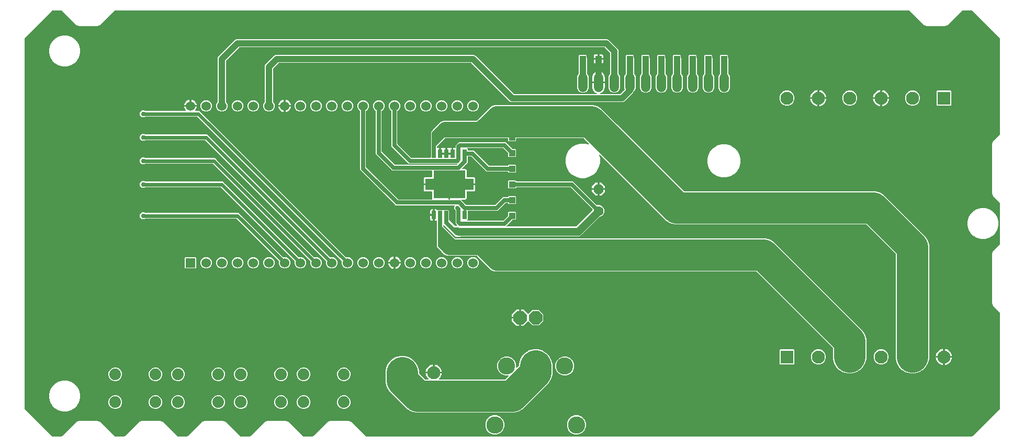
<source format=gbr>
G04 EAGLE Gerber RS-274X export*
G75*
%MOMM*%
%FSLAX34Y34*%
%LPD*%
%INBottom Copper*%
%IPPOS*%
%AMOC8*
5,1,8,0,0,1.08239X$1,22.5*%
G01*
%ADD10C,1.600200*%
%ADD11P,1.732040X8X112.500000*%
%ADD12P,2.364373X8X202.500000*%
%ADD13R,2.100000X2.100000*%
%ADD14C,2.100000*%
%ADD15R,1.530000X1.530000*%
%ADD16C,1.530000*%
%ADD17R,0.650000X1.350000*%
%ADD18R,0.500000X0.500000*%
%ADD19R,1.000000X1.000000*%
%ADD20C,1.524000*%
%ADD21C,2.775000*%
%ADD22C,1.879600*%
%ADD23C,0.606400*%
%ADD24C,1.016000*%
%ADD25C,0.152400*%
%ADD26C,1.270000*%
%ADD27C,0.650000*%
%ADD28C,5.080000*%
%ADD29C,2.540000*%
%ADD30C,1.500000*%
%ADD31C,0.756400*%
%ADD32C,0.609600*%

G36*
X71450Y-1763D02*
X71450Y-1763D01*
X71541Y-1755D01*
X71571Y-1743D01*
X71603Y-1738D01*
X71603Y-1737D01*
X71684Y-1695D01*
X71768Y-1659D01*
X71800Y-1633D01*
X71821Y-1622D01*
X71843Y-1599D01*
X71899Y-1554D01*
X92233Y18780D01*
X95413Y21960D01*
X99427Y23623D01*
X129173Y23623D01*
X133187Y21960D01*
X136367Y18780D01*
X156701Y-1554D01*
X156775Y-1607D01*
X156845Y-1667D01*
X156875Y-1679D01*
X156901Y-1698D01*
X156988Y-1725D01*
X157073Y-1759D01*
X157114Y-1763D01*
X157136Y-1770D01*
X157168Y-1769D01*
X157240Y-1777D01*
X172960Y-1777D01*
X173050Y-1763D01*
X173141Y-1755D01*
X173171Y-1743D01*
X173203Y-1738D01*
X173203Y-1737D01*
X173284Y-1695D01*
X173368Y-1659D01*
X173400Y-1633D01*
X173421Y-1622D01*
X173443Y-1599D01*
X173499Y-1554D01*
X193833Y18780D01*
X197013Y21960D01*
X201027Y23623D01*
X230773Y23623D01*
X234787Y21960D01*
X237967Y18780D01*
X258301Y-1554D01*
X258375Y-1607D01*
X258445Y-1667D01*
X258475Y-1679D01*
X258501Y-1698D01*
X258588Y-1725D01*
X258673Y-1759D01*
X258714Y-1763D01*
X258736Y-1770D01*
X258768Y-1769D01*
X258840Y-1777D01*
X274560Y-1777D01*
X274650Y-1763D01*
X274741Y-1755D01*
X274771Y-1743D01*
X274803Y-1738D01*
X274803Y-1737D01*
X274884Y-1695D01*
X274968Y-1659D01*
X275000Y-1633D01*
X275021Y-1622D01*
X275043Y-1599D01*
X275099Y-1554D01*
X295433Y18780D01*
X298613Y21960D01*
X302627Y23623D01*
X332373Y23623D01*
X336387Y21960D01*
X339567Y18780D01*
X359901Y-1554D01*
X359975Y-1607D01*
X360045Y-1667D01*
X360075Y-1679D01*
X360101Y-1698D01*
X360188Y-1725D01*
X360273Y-1759D01*
X360314Y-1763D01*
X360336Y-1770D01*
X360368Y-1769D01*
X360440Y-1777D01*
X376160Y-1777D01*
X376250Y-1763D01*
X376341Y-1755D01*
X376371Y-1743D01*
X376403Y-1738D01*
X376403Y-1737D01*
X376484Y-1695D01*
X376568Y-1659D01*
X376600Y-1633D01*
X376621Y-1622D01*
X376643Y-1599D01*
X376699Y-1554D01*
X397033Y18780D01*
X400213Y21960D01*
X404227Y23623D01*
X433973Y23623D01*
X437987Y21960D01*
X441167Y18780D01*
X461501Y-1554D01*
X461575Y-1607D01*
X461645Y-1667D01*
X461675Y-1679D01*
X461701Y-1698D01*
X461788Y-1725D01*
X461873Y-1759D01*
X461914Y-1763D01*
X461936Y-1770D01*
X461968Y-1769D01*
X462040Y-1777D01*
X477760Y-1777D01*
X477850Y-1763D01*
X477941Y-1755D01*
X477971Y-1743D01*
X478003Y-1738D01*
X478003Y-1737D01*
X478084Y-1695D01*
X478168Y-1659D01*
X478200Y-1633D01*
X478221Y-1622D01*
X478243Y-1599D01*
X478299Y-1554D01*
X498633Y18780D01*
X501813Y21960D01*
X505827Y23623D01*
X535573Y23623D01*
X539587Y21960D01*
X542767Y18780D01*
X563101Y-1554D01*
X563175Y-1607D01*
X563245Y-1667D01*
X563275Y-1679D01*
X563301Y-1698D01*
X563388Y-1725D01*
X563473Y-1759D01*
X563514Y-1763D01*
X563536Y-1770D01*
X563568Y-1769D01*
X563640Y-1777D01*
X1544560Y-1777D01*
X1544650Y-1763D01*
X1544741Y-1755D01*
X1544771Y-1743D01*
X1544803Y-1738D01*
X1544803Y-1737D01*
X1544884Y-1695D01*
X1544968Y-1659D01*
X1545000Y-1633D01*
X1545021Y-1622D01*
X1545043Y-1599D01*
X1545099Y-1554D01*
X1589054Y42401D01*
X1589107Y42475D01*
X1589167Y42545D01*
X1589179Y42575D01*
X1589198Y42601D01*
X1589225Y42688D01*
X1589259Y42773D01*
X1589263Y42814D01*
X1589270Y42836D01*
X1589269Y42868D01*
X1589277Y42940D01*
X1589277Y198360D01*
X1589263Y198450D01*
X1589255Y198541D01*
X1589243Y198571D01*
X1589238Y198603D01*
X1589195Y198684D01*
X1589159Y198768D01*
X1589133Y198800D01*
X1589122Y198820D01*
X1589099Y198843D01*
X1589054Y198899D01*
X1578240Y209713D01*
X1576577Y213727D01*
X1576577Y294273D01*
X1578240Y298287D01*
X1581420Y301467D01*
X1589054Y309101D01*
X1589107Y309175D01*
X1589167Y309245D01*
X1589179Y309275D01*
X1589198Y309301D01*
X1589225Y309388D01*
X1589259Y309473D01*
X1589263Y309514D01*
X1589270Y309536D01*
X1589269Y309568D01*
X1589277Y309640D01*
X1589277Y376160D01*
X1589263Y376250D01*
X1589255Y376341D01*
X1589243Y376371D01*
X1589238Y376403D01*
X1589195Y376484D01*
X1589159Y376568D01*
X1589133Y376600D01*
X1589122Y376620D01*
X1589099Y376643D01*
X1589054Y376699D01*
X1578240Y387513D01*
X1576577Y391527D01*
X1576577Y472073D01*
X1578240Y476087D01*
X1589054Y486901D01*
X1589107Y486975D01*
X1589167Y487045D01*
X1589179Y487075D01*
X1589198Y487101D01*
X1589225Y487188D01*
X1589259Y487273D01*
X1589263Y487314D01*
X1589270Y487336D01*
X1589269Y487368D01*
X1589277Y487440D01*
X1589277Y642860D01*
X1589263Y642950D01*
X1589255Y643041D01*
X1589243Y643071D01*
X1589238Y643103D01*
X1589195Y643184D01*
X1589159Y643268D01*
X1589133Y643300D01*
X1589122Y643320D01*
X1589099Y643343D01*
X1589054Y643399D01*
X1545099Y687354D01*
X1545025Y687407D01*
X1544955Y687467D01*
X1544925Y687479D01*
X1544899Y687498D01*
X1544812Y687525D01*
X1544727Y687559D01*
X1544686Y687563D01*
X1544664Y687570D01*
X1544632Y687569D01*
X1544560Y687577D01*
X1528840Y687577D01*
X1528750Y687563D01*
X1528659Y687555D01*
X1528629Y687543D01*
X1528597Y687538D01*
X1528516Y687495D01*
X1528432Y687459D01*
X1528400Y687433D01*
X1528380Y687422D01*
X1528357Y687399D01*
X1528301Y687354D01*
X1504787Y663840D01*
X1500773Y662177D01*
X1471027Y662177D01*
X1467013Y663840D01*
X1463833Y667020D01*
X1443499Y687354D01*
X1443425Y687407D01*
X1443355Y687467D01*
X1443325Y687479D01*
X1443299Y687498D01*
X1443212Y687525D01*
X1443127Y687559D01*
X1443086Y687563D01*
X1443064Y687570D01*
X1443032Y687569D01*
X1442960Y687577D01*
X157240Y687577D01*
X157150Y687563D01*
X157059Y687555D01*
X157029Y687543D01*
X156997Y687538D01*
X156916Y687495D01*
X156832Y687459D01*
X156800Y687433D01*
X156780Y687422D01*
X156757Y687399D01*
X156701Y687354D01*
X133187Y663840D01*
X129173Y662177D01*
X99427Y662177D01*
X95413Y663840D01*
X71899Y687354D01*
X71825Y687407D01*
X71755Y687467D01*
X71725Y687479D01*
X71699Y687498D01*
X71612Y687525D01*
X71527Y687559D01*
X71486Y687563D01*
X71464Y687570D01*
X71432Y687569D01*
X71360Y687577D01*
X55640Y687577D01*
X55550Y687563D01*
X55459Y687555D01*
X55429Y687543D01*
X55397Y687538D01*
X55316Y687495D01*
X55232Y687459D01*
X55200Y687433D01*
X55180Y687422D01*
X55157Y687399D01*
X55101Y687354D01*
X11146Y643399D01*
X11093Y643325D01*
X11033Y643255D01*
X11021Y643225D01*
X11002Y643199D01*
X10975Y643112D01*
X10941Y643027D01*
X10937Y642986D01*
X10930Y642964D01*
X10931Y642932D01*
X10923Y642860D01*
X10923Y42940D01*
X10937Y42850D01*
X10945Y42759D01*
X10957Y42729D01*
X10962Y42697D01*
X11005Y42616D01*
X11041Y42532D01*
X11067Y42500D01*
X11078Y42480D01*
X11101Y42457D01*
X11146Y42401D01*
X55101Y-1554D01*
X55175Y-1607D01*
X55245Y-1667D01*
X55275Y-1679D01*
X55301Y-1698D01*
X55388Y-1725D01*
X55473Y-1759D01*
X55514Y-1763D01*
X55536Y-1770D01*
X55568Y-1769D01*
X55640Y-1777D01*
X71360Y-1777D01*
X71450Y-1763D01*
G37*
%LPC*%
G36*
X672953Y428413D02*
X672953Y428413D01*
X672958Y428406D01*
X672951Y428400D01*
X672951Y415449D01*
X659500Y415449D01*
X659453Y415413D01*
X659458Y415406D01*
X659451Y415400D01*
X659451Y407649D01*
X656909Y407649D01*
X656909Y415741D01*
X657086Y416400D01*
X657427Y416991D01*
X657909Y417473D01*
X658500Y417814D01*
X659159Y417991D01*
X669648Y417991D01*
X669668Y417994D01*
X669687Y417992D01*
X669789Y418014D01*
X669891Y418030D01*
X669908Y418040D01*
X669928Y418044D01*
X670017Y418097D01*
X670108Y418146D01*
X670122Y418160D01*
X670139Y418170D01*
X670206Y418249D01*
X670277Y418324D01*
X670286Y418342D01*
X670299Y418357D01*
X670338Y418453D01*
X670381Y418547D01*
X670383Y418567D01*
X670391Y418585D01*
X670409Y418752D01*
X670409Y427688D01*
X670406Y427708D01*
X670408Y427727D01*
X670386Y427829D01*
X670369Y427931D01*
X670360Y427948D01*
X670356Y427968D01*
X670303Y428057D01*
X670254Y428148D01*
X670240Y428162D01*
X670230Y428179D01*
X670151Y428246D01*
X670076Y428318D01*
X670058Y428326D01*
X670043Y428339D01*
X669947Y428378D01*
X669853Y428421D01*
X669833Y428423D01*
X669815Y428431D01*
X669648Y428449D01*
X606298Y428449D01*
X579525Y455222D01*
X579525Y524938D01*
X579506Y525053D01*
X579489Y525170D01*
X579487Y525175D01*
X579486Y525181D01*
X579431Y525284D01*
X579378Y525389D01*
X579373Y525393D01*
X579370Y525399D01*
X579285Y525479D01*
X579202Y525561D01*
X579196Y525565D01*
X579192Y525568D01*
X579175Y525576D01*
X579117Y525608D01*
X576522Y528203D01*
X575125Y531575D01*
X575125Y535225D01*
X576522Y538597D01*
X579103Y541178D01*
X582475Y542575D01*
X586125Y542575D01*
X589497Y541178D01*
X592078Y538597D01*
X593475Y535225D01*
X593475Y531575D01*
X592078Y528203D01*
X589471Y525596D01*
X589446Y525580D01*
X589345Y525520D01*
X589341Y525516D01*
X589336Y525512D01*
X589261Y525422D01*
X589185Y525333D01*
X589183Y525328D01*
X589179Y525323D01*
X589137Y525213D01*
X589093Y525105D01*
X589092Y525098D01*
X589091Y525093D01*
X589090Y525075D01*
X589075Y524938D01*
X589075Y459493D01*
X589089Y459403D01*
X589097Y459312D01*
X589109Y459282D01*
X589114Y459250D01*
X589157Y459170D01*
X589193Y459086D01*
X589219Y459054D01*
X589230Y459033D01*
X589253Y459011D01*
X589298Y458955D01*
X610031Y438222D01*
X610105Y438169D01*
X610174Y438109D01*
X610204Y438097D01*
X610231Y438078D01*
X610317Y438051D01*
X610402Y438017D01*
X610443Y438013D01*
X610466Y438006D01*
X610498Y438007D01*
X610569Y437999D01*
X710981Y437999D01*
X711071Y438013D01*
X711162Y438021D01*
X711192Y438033D01*
X711224Y438038D01*
X711304Y438081D01*
X711388Y438117D01*
X711420Y438143D01*
X711441Y438154D01*
X711463Y438177D01*
X711519Y438222D01*
X711723Y438426D01*
X711765Y438484D01*
X711814Y438536D01*
X711836Y438583D01*
X711867Y438625D01*
X711888Y438694D01*
X711918Y438759D01*
X711924Y438811D01*
X711939Y438860D01*
X711937Y438932D01*
X711945Y439003D01*
X711934Y439054D01*
X711933Y439106D01*
X711908Y439174D01*
X711893Y439244D01*
X711866Y439289D01*
X711848Y439337D01*
X711804Y439393D01*
X711767Y439455D01*
X711727Y439489D01*
X711695Y439529D01*
X711634Y439568D01*
X711580Y439615D01*
X711532Y439634D01*
X711488Y439662D01*
X711418Y439680D01*
X711352Y439707D01*
X711280Y439715D01*
X711249Y439723D01*
X711226Y439721D01*
X711185Y439725D01*
X633022Y439725D01*
X604825Y467922D01*
X604825Y471924D01*
X604827Y471928D01*
X604846Y471955D01*
X604873Y472041D01*
X604907Y472126D01*
X604911Y472167D01*
X604918Y472190D01*
X604917Y472222D01*
X604925Y472293D01*
X604925Y524938D01*
X604906Y525053D01*
X604889Y525170D01*
X604887Y525175D01*
X604886Y525181D01*
X604831Y525284D01*
X604778Y525389D01*
X604773Y525393D01*
X604770Y525399D01*
X604685Y525479D01*
X604602Y525561D01*
X604596Y525565D01*
X604592Y525568D01*
X604575Y525576D01*
X604517Y525608D01*
X601922Y528203D01*
X600525Y531575D01*
X600525Y535225D01*
X601922Y538597D01*
X604503Y541178D01*
X607875Y542575D01*
X611525Y542575D01*
X614897Y541178D01*
X617478Y538597D01*
X618875Y535225D01*
X618875Y531575D01*
X617478Y528203D01*
X614871Y525596D01*
X614846Y525580D01*
X614745Y525520D01*
X614741Y525516D01*
X614736Y525512D01*
X614661Y525422D01*
X614585Y525333D01*
X614583Y525328D01*
X614579Y525323D01*
X614537Y525213D01*
X614493Y525105D01*
X614492Y525098D01*
X614491Y525093D01*
X614490Y525075D01*
X614475Y524938D01*
X614475Y472093D01*
X614489Y472003D01*
X614497Y471912D01*
X614509Y471882D01*
X614514Y471850D01*
X614557Y471770D01*
X614593Y471686D01*
X614619Y471654D01*
X614630Y471633D01*
X614653Y471611D01*
X614698Y471555D01*
X636755Y449498D01*
X636829Y449445D01*
X636898Y449385D01*
X636928Y449373D01*
X636955Y449354D01*
X637041Y449327D01*
X637126Y449293D01*
X637167Y449289D01*
X637190Y449282D01*
X637222Y449283D01*
X637293Y449275D01*
X667964Y449275D01*
X667984Y449278D01*
X668003Y449276D01*
X668105Y449298D01*
X668207Y449314D01*
X668224Y449324D01*
X668244Y449328D01*
X668333Y449381D01*
X668424Y449430D01*
X668438Y449444D01*
X668455Y449454D01*
X668522Y449533D01*
X668594Y449608D01*
X668602Y449626D01*
X668615Y449641D01*
X668654Y449737D01*
X668697Y449831D01*
X668699Y449851D01*
X668707Y449869D01*
X668725Y450036D01*
X668725Y491328D01*
X671745Y494348D01*
X679514Y502116D01*
X679552Y502170D01*
X679598Y502216D01*
X679638Y502290D01*
X679658Y502316D01*
X679663Y502335D01*
X679679Y502363D01*
X680091Y503358D01*
X684092Y507359D01*
X689321Y509525D01*
X743093Y509525D01*
X743183Y509539D01*
X743274Y509547D01*
X743303Y509559D01*
X743335Y509564D01*
X743416Y509607D01*
X743500Y509643D01*
X743532Y509669D01*
X743553Y509680D01*
X743575Y509703D01*
X743631Y509748D01*
X766642Y532759D01*
X771871Y534925D01*
X930645Y534925D01*
X937493Y533090D01*
X943632Y529545D01*
X948716Y524461D01*
X968961Y504216D01*
X1077730Y395448D01*
X1077804Y395395D01*
X1077873Y395335D01*
X1077903Y395323D01*
X1077929Y395304D01*
X1078016Y395277D01*
X1078101Y395243D01*
X1078142Y395239D01*
X1078164Y395232D01*
X1078197Y395233D01*
X1078268Y395225D01*
X1387845Y395225D01*
X1394693Y393390D01*
X1400832Y389845D01*
X1405916Y384761D01*
X1464261Y326416D01*
X1469345Y321332D01*
X1472890Y315193D01*
X1474725Y308345D01*
X1474725Y123455D01*
X1472890Y116607D01*
X1469345Y110468D01*
X1464332Y105455D01*
X1458193Y101910D01*
X1451345Y100075D01*
X1444255Y100075D01*
X1437407Y101910D01*
X1431268Y105455D01*
X1426255Y110468D01*
X1422710Y116607D01*
X1420875Y123455D01*
X1420875Y293332D01*
X1420861Y293422D01*
X1420853Y293513D01*
X1420841Y293543D01*
X1420836Y293575D01*
X1420793Y293656D01*
X1420757Y293739D01*
X1420731Y293772D01*
X1420720Y293792D01*
X1420697Y293814D01*
X1420652Y293870D01*
X1373370Y341152D01*
X1373296Y341205D01*
X1373227Y341265D01*
X1373197Y341277D01*
X1373171Y341296D01*
X1373084Y341323D01*
X1372999Y341357D01*
X1372958Y341361D01*
X1372936Y341368D01*
X1372903Y341367D01*
X1372832Y341375D01*
X1063255Y341375D01*
X1056407Y343210D01*
X1050268Y346755D01*
X1045184Y351839D01*
X941969Y455054D01*
X941930Y455082D01*
X941898Y455117D01*
X941831Y455153D01*
X941769Y455197D01*
X941724Y455211D01*
X941681Y455234D01*
X941607Y455247D01*
X941534Y455269D01*
X941486Y455268D01*
X941439Y455276D01*
X941364Y455265D01*
X941288Y455263D01*
X941243Y455247D01*
X941196Y455239D01*
X941129Y455205D01*
X941057Y455179D01*
X941020Y455149D01*
X940977Y455127D01*
X940925Y455072D01*
X940865Y455025D01*
X940839Y454985D01*
X940806Y454950D01*
X940773Y454882D01*
X940732Y454818D01*
X940721Y454771D01*
X940700Y454728D01*
X940691Y454653D01*
X940672Y454579D01*
X940676Y454532D01*
X940670Y454484D01*
X940690Y454356D01*
X940691Y454334D01*
X940694Y454328D01*
X940696Y454318D01*
X942341Y448178D01*
X942341Y440822D01*
X940437Y433715D01*
X936758Y427344D01*
X931556Y422142D01*
X925185Y418463D01*
X918078Y416559D01*
X910722Y416559D01*
X903615Y418463D01*
X897244Y422142D01*
X892042Y427344D01*
X888363Y433715D01*
X886459Y440822D01*
X886459Y448178D01*
X888363Y455285D01*
X892042Y461656D01*
X897244Y466858D01*
X903615Y470537D01*
X910722Y472441D01*
X918078Y472441D01*
X924218Y470796D01*
X924266Y470791D01*
X924312Y470777D01*
X924388Y470779D01*
X924463Y470771D01*
X924510Y470782D01*
X924558Y470783D01*
X924629Y470809D01*
X924703Y470826D01*
X924744Y470851D01*
X924789Y470868D01*
X924848Y470915D01*
X924912Y470954D01*
X924943Y470991D01*
X924981Y471021D01*
X925022Y471085D01*
X925070Y471143D01*
X925088Y471188D01*
X925114Y471228D01*
X925132Y471302D01*
X925160Y471372D01*
X925162Y471420D01*
X925174Y471467D01*
X925168Y471542D01*
X925171Y471618D01*
X925158Y471664D01*
X925155Y471712D01*
X925125Y471782D01*
X925104Y471855D01*
X925077Y471894D01*
X925058Y471938D01*
X924978Y472039D01*
X924965Y472057D01*
X924960Y472061D01*
X924954Y472069D01*
X916170Y480852D01*
X916096Y480905D01*
X916027Y480965D01*
X915997Y480977D01*
X915971Y480996D01*
X915884Y481023D01*
X915799Y481057D01*
X915758Y481061D01*
X915736Y481068D01*
X915703Y481067D01*
X915632Y481075D01*
X807386Y481075D01*
X807366Y481072D01*
X807347Y481074D01*
X807245Y481052D01*
X807143Y481036D01*
X807126Y481026D01*
X807106Y481022D01*
X807017Y480969D01*
X806926Y480920D01*
X806912Y480906D01*
X806895Y480896D01*
X806828Y480817D01*
X806756Y480742D01*
X806748Y480724D01*
X806735Y480709D01*
X806696Y480613D01*
X806653Y480519D01*
X806651Y480499D01*
X806643Y480481D01*
X806625Y480314D01*
X806625Y476968D01*
X805732Y476075D01*
X794468Y476075D01*
X793575Y476968D01*
X793575Y480314D01*
X793572Y480334D01*
X793574Y480353D01*
X793552Y480455D01*
X793536Y480557D01*
X793526Y480574D01*
X793522Y480594D01*
X793469Y480683D01*
X793420Y480774D01*
X793406Y480788D01*
X793396Y480805D01*
X793317Y480872D01*
X793242Y480944D01*
X793224Y480952D01*
X793209Y480965D01*
X793113Y481004D01*
X793019Y481047D01*
X792999Y481049D01*
X792981Y481057D01*
X792814Y481075D01*
X691743Y481075D01*
X691653Y481061D01*
X691562Y481053D01*
X691532Y481041D01*
X691500Y481036D01*
X691420Y480993D01*
X691336Y480957D01*
X691304Y480931D01*
X691283Y480920D01*
X691261Y480897D01*
X691205Y480852D01*
X678498Y468145D01*
X678445Y468071D01*
X678385Y468002D01*
X678373Y467972D01*
X678354Y467945D01*
X678327Y467859D01*
X678293Y467774D01*
X678289Y467733D01*
X678282Y467710D01*
X678283Y467678D01*
X678275Y467607D01*
X678275Y465993D01*
X678294Y465877D01*
X678312Y465758D01*
X678314Y465755D01*
X678314Y465750D01*
X678370Y465646D01*
X678425Y465540D01*
X678428Y465537D01*
X678430Y465533D01*
X678515Y465452D01*
X678601Y465368D01*
X678605Y465367D01*
X678608Y465364D01*
X678715Y465314D01*
X678823Y465262D01*
X678827Y465262D01*
X678831Y465260D01*
X678949Y465247D01*
X679067Y465233D01*
X679072Y465233D01*
X679075Y465233D01*
X679089Y465236D01*
X679233Y465258D01*
X679916Y465441D01*
X681977Y465441D01*
X681977Y456912D01*
X681980Y456892D01*
X681978Y456873D01*
X682000Y456771D01*
X682017Y456669D01*
X682026Y456652D01*
X682030Y456632D01*
X682083Y456543D01*
X682132Y456452D01*
X682146Y456438D01*
X682156Y456421D01*
X682235Y456354D01*
X682310Y456283D01*
X682328Y456274D01*
X682343Y456261D01*
X682439Y456222D01*
X682533Y456179D01*
X682553Y456177D01*
X682571Y456169D01*
X682738Y456151D01*
X683501Y456151D01*
X683501Y455388D01*
X683504Y455368D01*
X683502Y455349D01*
X683524Y455247D01*
X683541Y455145D01*
X683550Y455128D01*
X683554Y455108D01*
X683607Y455019D01*
X683656Y454928D01*
X683670Y454914D01*
X683680Y454897D01*
X683759Y454830D01*
X683834Y454759D01*
X683852Y454750D01*
X683867Y454737D01*
X683963Y454698D01*
X684057Y454655D01*
X684077Y454653D01*
X684095Y454645D01*
X684262Y454627D01*
X692738Y454627D01*
X692758Y454630D01*
X692777Y454628D01*
X692879Y454650D01*
X692981Y454667D01*
X692998Y454676D01*
X693018Y454680D01*
X693107Y454733D01*
X693198Y454782D01*
X693212Y454796D01*
X693229Y454806D01*
X693296Y454885D01*
X693367Y454960D01*
X693376Y454978D01*
X693389Y454993D01*
X693428Y455089D01*
X693471Y455183D01*
X693473Y455203D01*
X693481Y455221D01*
X693499Y455388D01*
X693499Y456151D01*
X693501Y456151D01*
X693501Y455388D01*
X693504Y455368D01*
X693502Y455349D01*
X693524Y455247D01*
X693541Y455145D01*
X693550Y455128D01*
X693554Y455108D01*
X693607Y455019D01*
X693656Y454928D01*
X693670Y454914D01*
X693680Y454897D01*
X693759Y454830D01*
X693834Y454759D01*
X693852Y454750D01*
X693867Y454737D01*
X693963Y454698D01*
X694057Y454655D01*
X694077Y454653D01*
X694095Y454645D01*
X694262Y454627D01*
X702738Y454627D01*
X702758Y454630D01*
X702777Y454628D01*
X702879Y454650D01*
X702981Y454667D01*
X702998Y454676D01*
X703018Y454680D01*
X703107Y454733D01*
X703198Y454782D01*
X703212Y454796D01*
X703229Y454806D01*
X703296Y454885D01*
X703367Y454960D01*
X703376Y454978D01*
X703389Y454993D01*
X703428Y455089D01*
X703471Y455183D01*
X703473Y455203D01*
X703481Y455221D01*
X703499Y455388D01*
X703499Y456151D01*
X704262Y456151D01*
X704282Y456154D01*
X704301Y456152D01*
X704403Y456174D01*
X704505Y456191D01*
X704522Y456200D01*
X704542Y456204D01*
X704631Y456257D01*
X704722Y456306D01*
X704736Y456320D01*
X704753Y456330D01*
X704820Y456409D01*
X704891Y456484D01*
X704900Y456502D01*
X704913Y456517D01*
X704952Y456613D01*
X704995Y456707D01*
X704997Y456727D01*
X705005Y456745D01*
X705023Y456912D01*
X705023Y465441D01*
X707084Y465441D01*
X707767Y465258D01*
X707886Y465246D01*
X708003Y465233D01*
X708008Y465234D01*
X708012Y465233D01*
X708127Y465260D01*
X708244Y465285D01*
X708247Y465287D01*
X708251Y465288D01*
X708353Y465350D01*
X708455Y465411D01*
X708458Y465415D01*
X708461Y465417D01*
X708537Y465507D01*
X708615Y465598D01*
X708616Y465602D01*
X708619Y465605D01*
X708662Y465715D01*
X708707Y465826D01*
X708707Y465831D01*
X708709Y465834D01*
X708709Y465848D01*
X708725Y465993D01*
X708725Y469578D01*
X713822Y474675D01*
X789378Y474675D01*
X792398Y471655D01*
X800105Y463948D01*
X800179Y463895D01*
X800248Y463835D01*
X800278Y463823D01*
X800304Y463804D01*
X800392Y463777D01*
X800476Y463743D01*
X800517Y463739D01*
X800540Y463732D01*
X800572Y463733D01*
X800643Y463725D01*
X805732Y463725D01*
X806625Y462832D01*
X806625Y451568D01*
X805732Y450675D01*
X794468Y450675D01*
X793575Y451568D01*
X793575Y456657D01*
X793561Y456747D01*
X793553Y456838D01*
X793541Y456868D01*
X793536Y456900D01*
X793493Y456980D01*
X793457Y457064D01*
X793431Y457096D01*
X793420Y457117D01*
X793397Y457139D01*
X793352Y457195D01*
X785645Y464902D01*
X785571Y464955D01*
X785502Y465015D01*
X785472Y465027D01*
X785445Y465046D01*
X785359Y465073D01*
X785274Y465107D01*
X785233Y465111D01*
X785210Y465118D01*
X785178Y465117D01*
X785107Y465125D01*
X728519Y465125D01*
X728448Y465114D01*
X728376Y465112D01*
X728327Y465094D01*
X728276Y465086D01*
X728213Y465052D01*
X728145Y465027D01*
X728105Y464995D01*
X728059Y464970D01*
X728009Y464918D01*
X727953Y464874D01*
X727925Y464830D01*
X727889Y464792D01*
X727859Y464727D01*
X727820Y464667D01*
X727808Y464616D01*
X727786Y464569D01*
X727778Y464498D01*
X727760Y464428D01*
X727764Y464376D01*
X727759Y464325D01*
X727774Y464254D01*
X727779Y464183D01*
X727800Y464135D01*
X727811Y464084D01*
X727848Y464023D01*
X727876Y463957D01*
X727921Y463901D01*
X727937Y463873D01*
X727955Y463858D01*
X727981Y463826D01*
X728275Y463532D01*
X728275Y461686D01*
X728278Y461666D01*
X728276Y461647D01*
X728298Y461545D01*
X728314Y461443D01*
X728324Y461426D01*
X728328Y461406D01*
X728381Y461317D01*
X728430Y461226D01*
X728444Y461212D01*
X728454Y461195D01*
X728533Y461128D01*
X728608Y461056D01*
X728626Y461048D01*
X728641Y461035D01*
X728737Y460996D01*
X728831Y460953D01*
X728851Y460951D01*
X728869Y460943D01*
X729036Y460925D01*
X738178Y460925D01*
X762305Y436798D01*
X762379Y436745D01*
X762448Y436685D01*
X762478Y436673D01*
X762505Y436654D01*
X762591Y436627D01*
X762676Y436593D01*
X762717Y436589D01*
X762740Y436582D01*
X762772Y436583D01*
X762843Y436575D01*
X792814Y436575D01*
X792834Y436578D01*
X792853Y436576D01*
X792955Y436598D01*
X793057Y436614D01*
X793074Y436624D01*
X793094Y436628D01*
X793183Y436681D01*
X793274Y436730D01*
X793288Y436744D01*
X793305Y436754D01*
X793372Y436833D01*
X793444Y436908D01*
X793452Y436926D01*
X793465Y436941D01*
X793504Y437037D01*
X793547Y437131D01*
X793549Y437151D01*
X793557Y437169D01*
X793575Y437336D01*
X793575Y437432D01*
X794468Y438325D01*
X805732Y438325D01*
X806625Y437432D01*
X806625Y426168D01*
X805732Y425275D01*
X794468Y425275D01*
X793575Y426168D01*
X793575Y426264D01*
X793572Y426284D01*
X793574Y426303D01*
X793552Y426405D01*
X793536Y426507D01*
X793526Y426524D01*
X793522Y426544D01*
X793469Y426633D01*
X793420Y426724D01*
X793406Y426738D01*
X793396Y426755D01*
X793317Y426822D01*
X793242Y426894D01*
X793224Y426902D01*
X793209Y426915D01*
X793113Y426954D01*
X793019Y426997D01*
X792999Y426999D01*
X792981Y427007D01*
X792814Y427025D01*
X758572Y427025D01*
X734445Y451152D01*
X734371Y451205D01*
X734302Y451265D01*
X734272Y451277D01*
X734245Y451296D01*
X734159Y451323D01*
X734074Y451357D01*
X734033Y451361D01*
X734010Y451368D01*
X733978Y451367D01*
X733907Y451375D01*
X729036Y451375D01*
X729016Y451372D01*
X728997Y451374D01*
X728895Y451352D01*
X728793Y451336D01*
X728776Y451326D01*
X728756Y451322D01*
X728667Y451269D01*
X728576Y451220D01*
X728562Y451206D01*
X728545Y451196D01*
X728478Y451117D01*
X728406Y451042D01*
X728398Y451024D01*
X728385Y451009D01*
X728346Y450913D01*
X728303Y450819D01*
X728301Y450799D01*
X728293Y450781D01*
X728275Y450614D01*
X728275Y441472D01*
X719093Y432290D01*
X719051Y432232D01*
X719002Y432180D01*
X718980Y432133D01*
X718949Y432091D01*
X718928Y432022D01*
X718898Y431957D01*
X718892Y431905D01*
X718877Y431855D01*
X718879Y431784D01*
X718871Y431713D01*
X718882Y431662D01*
X718883Y431610D01*
X718908Y431542D01*
X718923Y431472D01*
X718950Y431427D01*
X718968Y431379D01*
X719013Y431323D01*
X719049Y431261D01*
X719089Y431227D01*
X719121Y431187D01*
X719182Y431148D01*
X719236Y431101D01*
X719284Y431082D01*
X719328Y431054D01*
X719398Y431036D01*
X719464Y431009D01*
X719536Y431001D01*
X719567Y430993D01*
X719590Y430995D01*
X719631Y430991D01*
X724341Y430991D01*
X725000Y430814D01*
X725591Y430473D01*
X726073Y429991D01*
X726414Y429400D01*
X726591Y428741D01*
X726591Y418752D01*
X726594Y418732D01*
X726592Y418713D01*
X726614Y418611D01*
X726630Y418509D01*
X726640Y418492D01*
X726644Y418472D01*
X726697Y418383D01*
X726746Y418292D01*
X726760Y418278D01*
X726770Y418261D01*
X726849Y418194D01*
X726924Y418122D01*
X726942Y418114D01*
X726957Y418101D01*
X727053Y418062D01*
X727147Y418019D01*
X727167Y418017D01*
X727185Y418009D01*
X727352Y417991D01*
X737841Y417991D01*
X738500Y417814D01*
X739091Y417473D01*
X739573Y416991D01*
X739914Y416400D01*
X740091Y415741D01*
X740091Y407649D01*
X737549Y407649D01*
X737549Y415400D01*
X737513Y415447D01*
X737506Y415442D01*
X737500Y415449D01*
X724049Y415449D01*
X724049Y428400D01*
X724013Y428447D01*
X724006Y428442D01*
X724000Y428449D01*
X673000Y428449D01*
X672953Y428413D01*
G37*
%LPD*%
%LPC*%
G36*
X1342655Y100075D02*
X1342655Y100075D01*
X1335807Y101910D01*
X1329668Y105455D01*
X1324655Y110468D01*
X1321110Y116607D01*
X1319275Y123455D01*
X1319275Y140932D01*
X1319261Y141022D01*
X1319253Y141113D01*
X1319241Y141143D01*
X1319236Y141175D01*
X1319193Y141256D01*
X1319157Y141339D01*
X1319131Y141372D01*
X1319120Y141392D01*
X1319097Y141414D01*
X1319052Y141470D01*
X1195570Y264952D01*
X1195496Y265005D01*
X1195427Y265065D01*
X1195397Y265077D01*
X1195371Y265096D01*
X1195284Y265123D01*
X1195199Y265157D01*
X1195158Y265161D01*
X1195136Y265168D01*
X1195103Y265167D01*
X1195032Y265175D01*
X771871Y265175D01*
X766642Y267341D01*
X743631Y290352D01*
X743557Y290405D01*
X743487Y290465D01*
X743457Y290477D01*
X743431Y290496D01*
X743344Y290523D01*
X743259Y290557D01*
X743218Y290561D01*
X743196Y290568D01*
X743164Y290567D01*
X743093Y290575D01*
X695671Y290575D01*
X690442Y292741D01*
X686441Y296742D01*
X686029Y297737D01*
X685994Y297792D01*
X685969Y297853D01*
X685917Y297917D01*
X685899Y297946D01*
X685884Y297958D01*
X685864Y297984D01*
X678725Y305122D01*
X678725Y346807D01*
X678706Y346923D01*
X678688Y347042D01*
X678686Y347045D01*
X678686Y347050D01*
X678630Y347154D01*
X678575Y347260D01*
X678572Y347263D01*
X678570Y347267D01*
X678485Y347348D01*
X678399Y347432D01*
X678395Y347433D01*
X678392Y347436D01*
X678285Y347486D01*
X678177Y347538D01*
X678173Y347538D01*
X678169Y347540D01*
X678051Y347553D01*
X677933Y347567D01*
X677928Y347567D01*
X677925Y347567D01*
X677911Y347564D01*
X677767Y347542D01*
X677084Y347359D01*
X675023Y347359D01*
X675023Y355888D01*
X675020Y355908D01*
X675022Y355927D01*
X675000Y356029D01*
X674983Y356131D01*
X674974Y356148D01*
X674970Y356168D01*
X674917Y356257D01*
X674868Y356348D01*
X674854Y356362D01*
X674844Y356379D01*
X674765Y356446D01*
X674690Y356517D01*
X674672Y356526D01*
X674657Y356539D01*
X674561Y356578D01*
X674467Y356621D01*
X674447Y356623D01*
X674429Y356631D01*
X674262Y356649D01*
X673499Y356649D01*
X673499Y356651D01*
X674262Y356651D01*
X674282Y356654D01*
X674301Y356652D01*
X674403Y356674D01*
X674505Y356691D01*
X674522Y356700D01*
X674542Y356704D01*
X674631Y356757D01*
X674722Y356806D01*
X674736Y356820D01*
X674753Y356830D01*
X674820Y356909D01*
X674891Y356984D01*
X674900Y357002D01*
X674913Y357017D01*
X674952Y357113D01*
X674995Y357207D01*
X674997Y357227D01*
X675005Y357245D01*
X675023Y357412D01*
X675023Y365941D01*
X677084Y365941D01*
X677731Y365768D01*
X678310Y365433D01*
X678680Y365063D01*
X678696Y365051D01*
X678709Y365036D01*
X678796Y364980D01*
X678880Y364919D01*
X678899Y364914D01*
X678916Y364903D01*
X679016Y364877D01*
X679115Y364847D01*
X679135Y364848D01*
X679154Y364843D01*
X679257Y364851D01*
X679361Y364853D01*
X679380Y364860D01*
X679400Y364862D01*
X679495Y364902D01*
X679556Y364925D01*
X687382Y364925D01*
X687962Y364345D01*
X687978Y364333D01*
X687990Y364317D01*
X688078Y364261D01*
X688161Y364201D01*
X688180Y364195D01*
X688197Y364184D01*
X688298Y364159D01*
X688397Y364129D01*
X688416Y364129D01*
X688436Y364124D01*
X688539Y364132D01*
X688642Y364135D01*
X688661Y364142D01*
X688681Y364143D01*
X688776Y364184D01*
X688873Y364219D01*
X688889Y364232D01*
X688907Y364240D01*
X689038Y364345D01*
X689618Y364925D01*
X697382Y364925D01*
X698275Y364032D01*
X698275Y348621D01*
X698289Y348531D01*
X698297Y348440D01*
X698309Y348411D01*
X698314Y348379D01*
X698357Y348298D01*
X698393Y348214D01*
X698419Y348182D01*
X698430Y348161D01*
X698453Y348139D01*
X698498Y348083D01*
X707267Y339314D01*
X707341Y339261D01*
X707410Y339201D01*
X707441Y339189D01*
X707467Y339170D01*
X707554Y339143D01*
X707639Y339109D01*
X707679Y339105D01*
X707702Y339098D01*
X707734Y339099D01*
X707805Y339091D01*
X711019Y339091D01*
X711090Y339102D01*
X711161Y339104D01*
X711210Y339122D01*
X711262Y339131D01*
X711325Y339164D01*
X711392Y339189D01*
X711433Y339221D01*
X711479Y339246D01*
X711528Y339298D01*
X711584Y339342D01*
X711613Y339386D01*
X711648Y339424D01*
X711679Y339489D01*
X711717Y339549D01*
X711730Y339600D01*
X711752Y339647D01*
X711760Y339718D01*
X711777Y339788D01*
X711773Y339840D01*
X711779Y339892D01*
X711764Y339962D01*
X711758Y340033D01*
X711738Y340081D01*
X711727Y340132D01*
X711690Y340193D01*
X711662Y340259D01*
X711617Y340315D01*
X711601Y340343D01*
X711583Y340358D01*
X711557Y340390D01*
X710802Y341145D01*
X708725Y343222D01*
X708725Y363707D01*
X708711Y363797D01*
X708703Y363888D01*
X708691Y363918D01*
X708686Y363950D01*
X708643Y364030D01*
X708607Y364114D01*
X708581Y364146D01*
X708570Y364167D01*
X708547Y364189D01*
X708502Y364245D01*
X706425Y366322D01*
X706425Y370278D01*
X706929Y370782D01*
X706971Y370840D01*
X707020Y370892D01*
X707042Y370939D01*
X707073Y370981D01*
X707094Y371050D01*
X707124Y371115D01*
X707130Y371167D01*
X707145Y371217D01*
X707143Y371288D01*
X707151Y371359D01*
X707140Y371410D01*
X707139Y371462D01*
X707114Y371530D01*
X707099Y371600D01*
X707072Y371645D01*
X707054Y371693D01*
X707009Y371749D01*
X706973Y371811D01*
X706933Y371845D01*
X706901Y371885D01*
X706840Y371924D01*
X706786Y371971D01*
X706738Y371990D01*
X706694Y372018D01*
X706624Y372036D01*
X706558Y372063D01*
X706486Y372071D01*
X706455Y372079D01*
X706432Y372077D01*
X706391Y372081D01*
X611866Y372081D01*
X557145Y426802D01*
X554125Y429822D01*
X554125Y524938D01*
X554106Y525053D01*
X554089Y525170D01*
X554087Y525175D01*
X554086Y525181D01*
X554031Y525284D01*
X553978Y525389D01*
X553973Y525393D01*
X553970Y525399D01*
X553885Y525479D01*
X553802Y525561D01*
X553796Y525565D01*
X553792Y525568D01*
X553775Y525576D01*
X553717Y525608D01*
X551122Y528203D01*
X549725Y531575D01*
X549725Y535225D01*
X551122Y538597D01*
X553703Y541178D01*
X557075Y542575D01*
X560725Y542575D01*
X564097Y541178D01*
X566678Y538597D01*
X568075Y535225D01*
X568075Y531575D01*
X566678Y528203D01*
X564071Y525596D01*
X564046Y525580D01*
X563945Y525520D01*
X563941Y525516D01*
X563936Y525512D01*
X563861Y525422D01*
X563785Y525333D01*
X563783Y525328D01*
X563779Y525323D01*
X563737Y525213D01*
X563693Y525105D01*
X563692Y525098D01*
X563691Y525093D01*
X563690Y525075D01*
X563675Y524938D01*
X563675Y434093D01*
X563689Y434003D01*
X563697Y433912D01*
X563709Y433882D01*
X563714Y433850D01*
X563757Y433770D01*
X563793Y433686D01*
X563819Y433654D01*
X563830Y433633D01*
X563853Y433611D01*
X563898Y433555D01*
X615599Y381854D01*
X615673Y381801D01*
X615742Y381741D01*
X615772Y381729D01*
X615799Y381710D01*
X615885Y381683D01*
X615970Y381649D01*
X616011Y381645D01*
X616034Y381638D01*
X616066Y381639D01*
X616137Y381631D01*
X670289Y381631D01*
X670383Y381646D01*
X670478Y381655D01*
X670504Y381666D01*
X670532Y381670D01*
X670616Y381715D01*
X670703Y381753D01*
X670724Y381772D01*
X670749Y381786D01*
X670814Y381855D01*
X670885Y381919D01*
X670899Y381943D01*
X670918Y381964D01*
X670958Y382050D01*
X671005Y382134D01*
X671010Y382161D01*
X671022Y382187D01*
X671032Y382282D01*
X671050Y382375D01*
X671046Y382403D01*
X671049Y382431D01*
X671029Y382525D01*
X671015Y382619D01*
X671001Y382651D01*
X670997Y382672D01*
X670980Y382700D01*
X670948Y382773D01*
X670586Y383400D01*
X670409Y384059D01*
X670409Y394048D01*
X670406Y394068D01*
X670408Y394087D01*
X670386Y394189D01*
X670369Y394291D01*
X670360Y394308D01*
X670356Y394328D01*
X670303Y394417D01*
X670254Y394508D01*
X670240Y394522D01*
X670230Y394539D01*
X670151Y394606D01*
X670076Y394677D01*
X670058Y394686D01*
X670043Y394699D01*
X669947Y394738D01*
X669853Y394781D01*
X669833Y394783D01*
X669815Y394791D01*
X669648Y394809D01*
X659159Y394809D01*
X658500Y394986D01*
X657909Y395327D01*
X657427Y395809D01*
X657086Y396400D01*
X656909Y397059D01*
X656909Y405151D01*
X659451Y405151D01*
X659451Y397400D01*
X659487Y397353D01*
X659494Y397358D01*
X659500Y397351D01*
X672951Y397351D01*
X672951Y384400D01*
X672987Y384353D01*
X672994Y384358D01*
X673000Y384351D01*
X697251Y384351D01*
X697251Y382392D01*
X697254Y382372D01*
X697252Y382353D01*
X697274Y382251D01*
X697290Y382149D01*
X697300Y382132D01*
X697304Y382112D01*
X697357Y382023D01*
X697406Y381932D01*
X697420Y381918D01*
X697430Y381901D01*
X697509Y381834D01*
X697584Y381762D01*
X697602Y381754D01*
X697617Y381741D01*
X697713Y381702D01*
X697807Y381659D01*
X697827Y381657D01*
X697845Y381649D01*
X698012Y381631D01*
X698988Y381631D01*
X699008Y381634D01*
X699027Y381632D01*
X699129Y381654D01*
X699231Y381670D01*
X699248Y381680D01*
X699268Y381684D01*
X699357Y381737D01*
X699448Y381786D01*
X699462Y381800D01*
X699479Y381810D01*
X699546Y381889D01*
X699618Y381964D01*
X699626Y381982D01*
X699639Y381997D01*
X699678Y382093D01*
X699721Y382187D01*
X699723Y382207D01*
X699731Y382225D01*
X699749Y382392D01*
X699749Y384351D01*
X724000Y384351D01*
X724047Y384387D01*
X724042Y384394D01*
X724049Y384400D01*
X724049Y397351D01*
X737500Y397351D01*
X737547Y397387D01*
X737546Y397388D01*
X737547Y397389D01*
X737543Y397395D01*
X737549Y397400D01*
X737549Y405151D01*
X740091Y405151D01*
X740091Y397841D01*
X740091Y397059D01*
X739914Y396400D01*
X739573Y395809D01*
X739091Y395327D01*
X738500Y394986D01*
X737841Y394809D01*
X727352Y394809D01*
X727332Y394806D01*
X727313Y394808D01*
X727211Y394786D01*
X727109Y394769D01*
X727092Y394760D01*
X727072Y394756D01*
X726983Y394703D01*
X726892Y394654D01*
X726878Y394640D01*
X726861Y394630D01*
X726794Y394551D01*
X726722Y394476D01*
X726714Y394458D01*
X726701Y394443D01*
X726662Y394347D01*
X726619Y394253D01*
X726617Y394233D01*
X726609Y394215D01*
X726591Y394048D01*
X726591Y384059D01*
X726414Y383400D01*
X726073Y382809D01*
X725591Y382327D01*
X725000Y381986D01*
X724341Y381809D01*
X718381Y381809D01*
X718310Y381798D01*
X718239Y381796D01*
X718190Y381778D01*
X718138Y381769D01*
X718075Y381736D01*
X718008Y381711D01*
X717967Y381679D01*
X717921Y381654D01*
X717872Y381602D01*
X717816Y381558D01*
X717787Y381514D01*
X717752Y381476D01*
X717721Y381411D01*
X717683Y381351D01*
X717670Y381300D01*
X717648Y381253D01*
X717640Y381182D01*
X717623Y381112D01*
X717627Y381060D01*
X717621Y381009D01*
X717636Y380938D01*
X717642Y380867D01*
X717662Y380819D01*
X717673Y380768D01*
X717710Y380707D01*
X717738Y380641D01*
X717783Y380585D01*
X717799Y380557D01*
X717817Y380542D01*
X717843Y380510D01*
X725055Y373298D01*
X725129Y373245D01*
X725198Y373185D01*
X725228Y373173D01*
X725255Y373154D01*
X725342Y373127D01*
X725426Y373093D01*
X725467Y373089D01*
X725490Y373082D01*
X725522Y373083D01*
X725593Y373075D01*
X772407Y373075D01*
X772497Y373089D01*
X772588Y373097D01*
X772618Y373109D01*
X772650Y373114D01*
X772730Y373157D01*
X772814Y373193D01*
X772846Y373219D01*
X772867Y373230D01*
X772889Y373253D01*
X772945Y373298D01*
X785422Y385775D01*
X792814Y385775D01*
X792834Y385778D01*
X792853Y385776D01*
X792955Y385798D01*
X793057Y385814D01*
X793074Y385824D01*
X793094Y385828D01*
X793183Y385881D01*
X793274Y385930D01*
X793288Y385944D01*
X793305Y385954D01*
X793372Y386033D01*
X793444Y386108D01*
X793452Y386126D01*
X793465Y386141D01*
X793504Y386237D01*
X793547Y386331D01*
X793549Y386351D01*
X793557Y386369D01*
X793575Y386536D01*
X793575Y386632D01*
X794468Y387525D01*
X805732Y387525D01*
X806625Y386632D01*
X806625Y375368D01*
X805732Y374475D01*
X794468Y374475D01*
X793575Y375368D01*
X793575Y375464D01*
X793572Y375484D01*
X793574Y375503D01*
X793552Y375605D01*
X793536Y375707D01*
X793526Y375724D01*
X793522Y375744D01*
X793469Y375833D01*
X793420Y375924D01*
X793406Y375938D01*
X793396Y375955D01*
X793317Y376022D01*
X793242Y376094D01*
X793224Y376102D01*
X793209Y376115D01*
X793113Y376154D01*
X793019Y376197D01*
X792999Y376199D01*
X792981Y376207D01*
X792814Y376225D01*
X789693Y376225D01*
X789603Y376211D01*
X789512Y376203D01*
X789482Y376191D01*
X789450Y376186D01*
X789370Y376143D01*
X789286Y376107D01*
X789254Y376081D01*
X789233Y376070D01*
X789211Y376047D01*
X789155Y376002D01*
X776678Y363525D01*
X729036Y363525D01*
X729016Y363522D01*
X728997Y363524D01*
X728895Y363502D01*
X728793Y363486D01*
X728776Y363476D01*
X728756Y363472D01*
X728667Y363419D01*
X728576Y363370D01*
X728562Y363356D01*
X728545Y363346D01*
X728478Y363267D01*
X728406Y363192D01*
X728398Y363174D01*
X728385Y363159D01*
X728346Y363063D01*
X728303Y362969D01*
X728301Y362949D01*
X728293Y362931D01*
X728275Y362764D01*
X728275Y349268D01*
X727981Y348974D01*
X727939Y348916D01*
X727889Y348864D01*
X727867Y348817D01*
X727837Y348775D01*
X727816Y348706D01*
X727786Y348641D01*
X727780Y348589D01*
X727765Y348539D01*
X727767Y348468D01*
X727759Y348397D01*
X727770Y348346D01*
X727771Y348294D01*
X727796Y348226D01*
X727811Y348156D01*
X727838Y348111D01*
X727855Y348063D01*
X727900Y348007D01*
X727937Y347945D01*
X727977Y347911D01*
X728009Y347871D01*
X728069Y347832D01*
X728124Y347785D01*
X728172Y347766D01*
X728216Y347738D01*
X728285Y347720D01*
X728352Y347693D01*
X728423Y347685D01*
X728455Y347677D01*
X728478Y347679D01*
X728519Y347675D01*
X785107Y347675D01*
X785197Y347689D01*
X785288Y347697D01*
X785318Y347709D01*
X785350Y347714D01*
X785430Y347757D01*
X785514Y347793D01*
X785546Y347819D01*
X785567Y347830D01*
X785589Y347853D01*
X785645Y347898D01*
X793352Y355605D01*
X793405Y355679D01*
X793465Y355748D01*
X793477Y355778D01*
X793496Y355805D01*
X793523Y355891D01*
X793557Y355976D01*
X793561Y356017D01*
X793568Y356040D01*
X793567Y356072D01*
X793575Y356143D01*
X793575Y361232D01*
X794468Y362125D01*
X805732Y362125D01*
X806625Y361232D01*
X806625Y349968D01*
X805732Y349075D01*
X800643Y349075D01*
X800553Y349061D01*
X800462Y349053D01*
X800432Y349041D01*
X800400Y349036D01*
X800320Y348993D01*
X800236Y348957D01*
X800204Y348931D01*
X800183Y348920D01*
X800161Y348897D01*
X800105Y348852D01*
X792398Y341145D01*
X790627Y339374D01*
X790585Y339316D01*
X790536Y339264D01*
X790514Y339217D01*
X790483Y339175D01*
X790462Y339106D01*
X790432Y339041D01*
X790426Y338989D01*
X790411Y338939D01*
X790413Y338868D01*
X790405Y338797D01*
X790416Y338746D01*
X790417Y338694D01*
X790442Y338626D01*
X790457Y338556D01*
X790484Y338511D01*
X790502Y338463D01*
X790547Y338407D01*
X790583Y338345D01*
X790623Y338311D01*
X790655Y338271D01*
X790716Y338232D01*
X790770Y338185D01*
X790818Y338166D01*
X790862Y338138D01*
X790932Y338120D01*
X790998Y338093D01*
X791070Y338085D01*
X791101Y338077D01*
X791124Y338079D01*
X791165Y338075D01*
X903203Y338075D01*
X903293Y338089D01*
X903384Y338097D01*
X903414Y338109D01*
X903446Y338114D01*
X903526Y338157D01*
X903610Y338193D01*
X903642Y338219D01*
X903663Y338230D01*
X903685Y338253D01*
X903741Y338298D01*
X930051Y364608D01*
X930093Y364666D01*
X930142Y364717D01*
X930150Y364735D01*
X930164Y364751D01*
X930176Y364781D01*
X930195Y364808D01*
X930217Y364879D01*
X930245Y364940D01*
X930247Y364958D01*
X930256Y364979D01*
X930260Y365020D01*
X930267Y365043D01*
X930266Y365075D01*
X930270Y365103D01*
X930337Y365266D01*
X930363Y365379D01*
X930392Y365493D01*
X930392Y365499D01*
X930393Y365505D01*
X930382Y365622D01*
X930373Y365738D01*
X930371Y365744D01*
X930370Y365750D01*
X930322Y365858D01*
X930277Y365965D01*
X930272Y365970D01*
X930270Y365975D01*
X930257Y365989D01*
X930172Y366096D01*
X894865Y401402D01*
X894791Y401455D01*
X894722Y401515D01*
X894692Y401527D01*
X894665Y401546D01*
X894579Y401573D01*
X894494Y401607D01*
X894453Y401611D01*
X894430Y401618D01*
X894398Y401617D01*
X894327Y401625D01*
X807386Y401625D01*
X807366Y401622D01*
X807347Y401624D01*
X807245Y401602D01*
X807143Y401586D01*
X807126Y401576D01*
X807106Y401572D01*
X807017Y401519D01*
X806926Y401470D01*
X806912Y401456D01*
X806895Y401446D01*
X806828Y401367D01*
X806756Y401292D01*
X806748Y401274D01*
X806735Y401259D01*
X806696Y401163D01*
X806653Y401069D01*
X806651Y401049D01*
X806643Y401031D01*
X806625Y400864D01*
X806625Y400768D01*
X805732Y399875D01*
X794468Y399875D01*
X793575Y400768D01*
X793575Y412032D01*
X794468Y412925D01*
X805732Y412925D01*
X806625Y412032D01*
X806625Y411936D01*
X806628Y411916D01*
X806626Y411897D01*
X806648Y411795D01*
X806664Y411693D01*
X806674Y411676D01*
X806678Y411656D01*
X806731Y411567D01*
X806780Y411476D01*
X806794Y411462D01*
X806804Y411445D01*
X806883Y411378D01*
X806958Y411306D01*
X806976Y411298D01*
X806991Y411285D01*
X807087Y411246D01*
X807181Y411203D01*
X807201Y411201D01*
X807219Y411193D01*
X807386Y411175D01*
X898598Y411175D01*
X936924Y372848D01*
X937018Y372781D01*
X937113Y372710D01*
X937119Y372708D01*
X937124Y372705D01*
X937235Y372670D01*
X937347Y372634D01*
X937353Y372634D01*
X937359Y372632D01*
X937476Y372635D01*
X937593Y372636D01*
X937600Y372638D01*
X937605Y372639D01*
X937623Y372645D01*
X937754Y372683D01*
X937905Y372746D01*
X941695Y372746D01*
X945196Y371296D01*
X947876Y368616D01*
X949326Y365115D01*
X949326Y361325D01*
X947876Y357824D01*
X945196Y355144D01*
X941674Y353686D01*
X941636Y353680D01*
X941545Y353672D01*
X941515Y353660D01*
X941483Y353655D01*
X941403Y353612D01*
X941319Y353576D01*
X941287Y353550D01*
X941266Y353539D01*
X941244Y353516D01*
X941188Y353471D01*
X911241Y323524D01*
X908346Y322325D01*
X716759Y322325D01*
X716669Y322311D01*
X716578Y322303D01*
X716548Y322291D01*
X716516Y322286D01*
X716435Y322243D01*
X716352Y322207D01*
X716319Y322181D01*
X716299Y322170D01*
X716277Y322147D01*
X716221Y322102D01*
X715427Y321309D01*
X708560Y321309D01*
X706849Y323020D01*
X706849Y323021D01*
X689574Y340295D01*
X689516Y340337D01*
X689464Y340386D01*
X689417Y340408D01*
X689375Y340439D01*
X689306Y340460D01*
X689241Y340490D01*
X689189Y340496D01*
X689139Y340511D01*
X689068Y340509D01*
X688997Y340517D01*
X688946Y340506D01*
X688894Y340505D01*
X688826Y340480D01*
X688756Y340465D01*
X688712Y340438D01*
X688663Y340420D01*
X688607Y340375D01*
X688545Y340339D01*
X688511Y340299D01*
X688471Y340266D01*
X688432Y340206D01*
X688385Y340152D01*
X688366Y340103D01*
X688338Y340059D01*
X688320Y339990D01*
X688293Y339923D01*
X688285Y339852D01*
X688277Y339821D01*
X688279Y339798D01*
X688275Y339757D01*
X688275Y338843D01*
X688289Y338753D01*
X688297Y338662D01*
X688309Y338632D01*
X688314Y338600D01*
X688357Y338520D01*
X688393Y338436D01*
X688419Y338404D01*
X688430Y338383D01*
X688453Y338361D01*
X688498Y338305D01*
X689580Y337223D01*
X692823Y333980D01*
X707555Y319248D01*
X707629Y319195D01*
X707698Y319135D01*
X707728Y319123D01*
X707755Y319104D01*
X707841Y319077D01*
X707926Y319043D01*
X707967Y319039D01*
X707990Y319032D01*
X708022Y319033D01*
X708093Y319025D01*
X1210045Y319025D01*
X1216893Y317190D01*
X1223032Y313645D01*
X1367745Y168932D01*
X1371290Y162793D01*
X1373125Y155945D01*
X1373125Y123455D01*
X1371290Y116607D01*
X1367745Y110468D01*
X1362732Y105455D01*
X1356593Y101910D01*
X1349745Y100075D01*
X1342655Y100075D01*
G37*
%LPD*%
%LPC*%
G36*
X644155Y36575D02*
X644155Y36575D01*
X637307Y38410D01*
X631168Y41955D01*
X600755Y72368D01*
X597210Y78507D01*
X595375Y85355D01*
X595375Y105145D01*
X597210Y111993D01*
X600755Y118132D01*
X605768Y123145D01*
X611907Y126690D01*
X618755Y128525D01*
X625845Y128525D01*
X632693Y126690D01*
X638832Y123145D01*
X643845Y118132D01*
X647390Y111993D01*
X649225Y105145D01*
X649225Y100368D01*
X649239Y100278D01*
X649247Y100187D01*
X649259Y100157D01*
X649264Y100125D01*
X649307Y100044D01*
X649343Y99961D01*
X649369Y99928D01*
X649380Y99908D01*
X649403Y99886D01*
X649448Y99830D01*
X658630Y90648D01*
X658704Y90595D01*
X658773Y90535D01*
X658803Y90523D01*
X658829Y90504D01*
X658916Y90477D01*
X659001Y90443D01*
X659042Y90439D01*
X659064Y90432D01*
X659097Y90433D01*
X659168Y90425D01*
X663995Y90425D01*
X664066Y90436D01*
X664138Y90438D01*
X664186Y90456D01*
X664238Y90464D01*
X664301Y90498D01*
X664369Y90523D01*
X664409Y90555D01*
X664455Y90580D01*
X664505Y90632D01*
X664561Y90676D01*
X664589Y90720D01*
X664625Y90758D01*
X664655Y90823D01*
X664694Y90883D01*
X664706Y90934D01*
X664728Y90981D01*
X664736Y91052D01*
X664754Y91122D01*
X664750Y91174D01*
X664755Y91225D01*
X664740Y91296D01*
X664734Y91367D01*
X664714Y91415D01*
X664703Y91466D01*
X664666Y91527D01*
X664638Y91593D01*
X664593Y91649D01*
X664577Y91677D01*
X664559Y91692D01*
X664533Y91724D01*
X663153Y93105D01*
X661947Y94765D01*
X661015Y96594D01*
X660380Y98546D01*
X660138Y100077D01*
X672338Y100077D01*
X672358Y100080D01*
X672377Y100078D01*
X672479Y100100D01*
X672581Y100117D01*
X672598Y100126D01*
X672618Y100130D01*
X672707Y100183D01*
X672798Y100232D01*
X672812Y100246D01*
X672829Y100256D01*
X672896Y100335D01*
X672967Y100410D01*
X672976Y100428D01*
X672989Y100443D01*
X673027Y100539D01*
X673071Y100633D01*
X673073Y100653D01*
X673081Y100671D01*
X673099Y100838D01*
X673099Y101601D01*
X673101Y101601D01*
X673101Y100838D01*
X673104Y100818D01*
X673102Y100799D01*
X673124Y100697D01*
X673141Y100595D01*
X673150Y100578D01*
X673154Y100558D01*
X673207Y100469D01*
X673256Y100378D01*
X673270Y100364D01*
X673280Y100347D01*
X673359Y100280D01*
X673434Y100209D01*
X673452Y100200D01*
X673467Y100187D01*
X673563Y100148D01*
X673657Y100105D01*
X673677Y100103D01*
X673695Y100095D01*
X673862Y100077D01*
X686062Y100077D01*
X685820Y98546D01*
X685185Y96594D01*
X684253Y94765D01*
X683047Y93105D01*
X681667Y91724D01*
X681625Y91666D01*
X681575Y91614D01*
X681553Y91567D01*
X681523Y91525D01*
X681502Y91456D01*
X681472Y91391D01*
X681466Y91339D01*
X681451Y91289D01*
X681453Y91218D01*
X681445Y91147D01*
X681456Y91096D01*
X681457Y91044D01*
X681482Y90976D01*
X681497Y90906D01*
X681524Y90861D01*
X681542Y90813D01*
X681586Y90757D01*
X681623Y90695D01*
X681663Y90661D01*
X681695Y90621D01*
X681756Y90582D01*
X681810Y90535D01*
X681858Y90516D01*
X681902Y90488D01*
X681972Y90470D01*
X682038Y90443D01*
X682110Y90435D01*
X682141Y90427D01*
X682164Y90429D01*
X682205Y90425D01*
X788731Y90425D01*
X788821Y90439D01*
X788912Y90447D01*
X788941Y90459D01*
X788973Y90464D01*
X789054Y90507D01*
X789138Y90543D01*
X789170Y90569D01*
X789191Y90580D01*
X789213Y90603D01*
X789269Y90648D01*
X794122Y95501D01*
X794164Y95559D01*
X794213Y95611D01*
X794235Y95658D01*
X794265Y95700D01*
X794287Y95769D01*
X794317Y95834D01*
X794322Y95886D01*
X794338Y95936D01*
X794336Y96007D01*
X794344Y96078D01*
X794333Y96129D01*
X794331Y96181D01*
X794307Y96249D01*
X794292Y96319D01*
X794265Y96364D01*
X794247Y96412D01*
X794202Y96468D01*
X794165Y96530D01*
X794126Y96564D01*
X794093Y96604D01*
X794033Y96643D01*
X793979Y96690D01*
X793930Y96709D01*
X793886Y96737D01*
X793817Y96755D01*
X793750Y96782D01*
X793679Y96790D01*
X793648Y96798D01*
X793625Y96796D01*
X793584Y96800D01*
X788137Y96800D01*
X782477Y99145D01*
X778145Y103477D01*
X775800Y109137D01*
X775800Y115263D01*
X778145Y120923D01*
X782477Y125255D01*
X788137Y127600D01*
X794263Y127600D01*
X799923Y125255D01*
X804255Y120923D01*
X806600Y115263D01*
X806600Y109816D01*
X806611Y109746D01*
X806613Y109674D01*
X806631Y109625D01*
X806639Y109574D01*
X806673Y109510D01*
X806698Y109443D01*
X806730Y109402D01*
X806755Y109356D01*
X806807Y109307D01*
X806851Y109251D01*
X806895Y109223D01*
X806933Y109187D01*
X806998Y109157D01*
X807058Y109118D01*
X807109Y109105D01*
X807156Y109083D01*
X807227Y109075D01*
X807297Y109058D01*
X807349Y109062D01*
X807400Y109056D01*
X807471Y109071D01*
X807542Y109077D01*
X807590Y109097D01*
X807641Y109108D01*
X807702Y109145D01*
X807768Y109173D01*
X807824Y109218D01*
X807852Y109235D01*
X807867Y109252D01*
X807899Y109278D01*
X811052Y112431D01*
X811105Y112505D01*
X811165Y112575D01*
X811177Y112605D01*
X811196Y112631D01*
X811223Y112718D01*
X811257Y112803D01*
X811261Y112844D01*
X811268Y112866D01*
X811267Y112898D01*
X811275Y112969D01*
X811275Y115745D01*
X813110Y122593D01*
X816655Y128732D01*
X821668Y133745D01*
X827807Y137290D01*
X834655Y139125D01*
X841745Y139125D01*
X848593Y137290D01*
X854732Y133745D01*
X859745Y128732D01*
X863290Y122593D01*
X865125Y115745D01*
X865125Y97957D01*
X863290Y91109D01*
X859745Y84969D01*
X816731Y41955D01*
X810591Y38410D01*
X803743Y36575D01*
X644155Y36575D01*
G37*
%LPD*%
%LPC*%
G36*
X328475Y524225D02*
X328475Y524225D01*
X325103Y525622D01*
X322522Y528203D01*
X321125Y531575D01*
X321125Y535225D01*
X322522Y538597D01*
X323372Y539447D01*
X323425Y539521D01*
X323485Y539591D01*
X323497Y539621D01*
X323516Y539647D01*
X323543Y539734D01*
X323577Y539819D01*
X323581Y539860D01*
X323588Y539882D01*
X323587Y539914D01*
X323595Y539986D01*
X323595Y610914D01*
X324601Y613341D01*
X351859Y640599D01*
X354286Y641605D01*
X953814Y641605D01*
X956241Y640599D01*
X970799Y626041D01*
X971805Y623614D01*
X971805Y585763D01*
X971819Y585673D01*
X971827Y585582D01*
X971839Y585552D01*
X971844Y585520D01*
X971887Y585440D01*
X971923Y585356D01*
X971949Y585324D01*
X971960Y585303D01*
X971983Y585281D01*
X972028Y585225D01*
X972953Y584300D01*
X974345Y580939D01*
X974345Y562061D01*
X972953Y558700D01*
X970380Y556127D01*
X967019Y554735D01*
X963381Y554735D01*
X960020Y556127D01*
X957447Y558700D01*
X956055Y562061D01*
X956055Y580939D01*
X957447Y584300D01*
X958372Y585225D01*
X958425Y585299D01*
X958485Y585368D01*
X958497Y585398D01*
X958516Y585425D01*
X958543Y585512D01*
X958577Y585596D01*
X958581Y585637D01*
X958588Y585660D01*
X958587Y585692D01*
X958595Y585763D01*
X958595Y619249D01*
X958581Y619339D01*
X958573Y619430D01*
X958561Y619460D01*
X958556Y619492D01*
X958513Y619572D01*
X958477Y619656D01*
X958451Y619688D01*
X958440Y619709D01*
X958417Y619731D01*
X958372Y619787D01*
X949987Y628172D01*
X949913Y628225D01*
X949844Y628285D01*
X949814Y628297D01*
X949787Y628316D01*
X949700Y628343D01*
X949616Y628377D01*
X949575Y628381D01*
X949552Y628388D01*
X949520Y628387D01*
X949449Y628395D01*
X358651Y628395D01*
X358561Y628381D01*
X358470Y628373D01*
X358440Y628361D01*
X358408Y628356D01*
X358328Y628313D01*
X358244Y628277D01*
X358212Y628251D01*
X358191Y628240D01*
X358169Y628217D01*
X358113Y628172D01*
X337028Y607087D01*
X336975Y607013D01*
X336915Y606944D01*
X336903Y606914D01*
X336884Y606887D01*
X336857Y606800D01*
X336823Y606716D01*
X336819Y606675D01*
X336812Y606652D01*
X336813Y606620D01*
X336805Y606549D01*
X336805Y540186D01*
X336819Y540096D01*
X336827Y540005D01*
X336839Y539975D01*
X336844Y539943D01*
X336887Y539862D01*
X336923Y539778D01*
X336949Y539746D01*
X336960Y539726D01*
X336983Y539703D01*
X337028Y539647D01*
X338078Y538597D01*
X339475Y535225D01*
X339475Y531575D01*
X338078Y528203D01*
X335497Y525622D01*
X332125Y524225D01*
X328475Y524225D01*
G37*
%LPD*%
%LPC*%
G36*
X404675Y524225D02*
X404675Y524225D01*
X401303Y525622D01*
X398722Y528203D01*
X397325Y531575D01*
X397325Y535225D01*
X398722Y538597D01*
X399672Y539547D01*
X399725Y539621D01*
X399785Y539691D01*
X399797Y539721D01*
X399816Y539747D01*
X399843Y539834D01*
X399877Y539919D01*
X399881Y539960D01*
X399888Y539982D01*
X399887Y540014D01*
X399895Y540086D01*
X399895Y544493D01*
X399885Y544558D01*
X399884Y544624D01*
X399861Y544704D01*
X399856Y544736D01*
X399846Y544753D01*
X399837Y544785D01*
X399795Y544886D01*
X399795Y598214D01*
X400801Y600641D01*
X415359Y615199D01*
X417786Y616205D01*
X737914Y616205D01*
X740341Y615199D01*
X802613Y552928D01*
X802687Y552875D01*
X802756Y552815D01*
X802786Y552803D01*
X802813Y552784D01*
X802900Y552757D01*
X802984Y552723D01*
X803025Y552719D01*
X803048Y552712D01*
X803080Y552713D01*
X803151Y552705D01*
X936507Y552705D01*
X936511Y552705D01*
X936515Y552705D01*
X936632Y552725D01*
X936750Y552744D01*
X936753Y552746D01*
X936757Y552747D01*
X936862Y552804D01*
X936967Y552860D01*
X936970Y552862D01*
X936973Y552864D01*
X937054Y552952D01*
X937136Y553038D01*
X937138Y553042D01*
X937141Y553044D01*
X937189Y553152D01*
X937240Y553261D01*
X937240Y553265D01*
X937242Y553269D01*
X937254Y553388D01*
X937267Y553505D01*
X937266Y553509D01*
X937267Y553513D01*
X937240Y553629D01*
X937215Y553746D01*
X937213Y553749D01*
X937212Y553753D01*
X937150Y553854D01*
X937089Y553957D01*
X937086Y553959D01*
X937083Y553963D01*
X936992Y554039D01*
X936902Y554117D01*
X936898Y554118D01*
X936895Y554121D01*
X936742Y554190D01*
X935900Y554464D01*
X934475Y555190D01*
X933181Y556130D01*
X932050Y557261D01*
X931110Y558555D01*
X930384Y559980D01*
X929889Y561501D01*
X929639Y563080D01*
X929639Y569977D01*
X939038Y569977D01*
X939058Y569980D01*
X939077Y569978D01*
X939179Y570000D01*
X939281Y570017D01*
X939298Y570026D01*
X939318Y570030D01*
X939407Y570083D01*
X939498Y570132D01*
X939512Y570146D01*
X939529Y570156D01*
X939596Y570235D01*
X939667Y570310D01*
X939676Y570328D01*
X939689Y570343D01*
X939727Y570439D01*
X939771Y570533D01*
X939773Y570553D01*
X939781Y570571D01*
X939799Y570738D01*
X939799Y571501D01*
X939801Y571501D01*
X939801Y570738D01*
X939804Y570718D01*
X939802Y570699D01*
X939824Y570597D01*
X939841Y570495D01*
X939850Y570478D01*
X939854Y570458D01*
X939907Y570369D01*
X939956Y570278D01*
X939970Y570264D01*
X939980Y570247D01*
X940059Y570180D01*
X940134Y570109D01*
X940152Y570100D01*
X940167Y570087D01*
X940263Y570048D01*
X940357Y570005D01*
X940377Y570003D01*
X940395Y569995D01*
X940562Y569977D01*
X949961Y569977D01*
X949961Y563080D01*
X949711Y561501D01*
X949216Y559980D01*
X948490Y558555D01*
X947550Y557261D01*
X946419Y556130D01*
X945125Y555190D01*
X943700Y554464D01*
X942858Y554190D01*
X942854Y554188D01*
X942850Y554187D01*
X942746Y554132D01*
X942639Y554077D01*
X942637Y554074D01*
X942633Y554072D01*
X942551Y553986D01*
X942468Y553901D01*
X942466Y553897D01*
X942464Y553894D01*
X942414Y553786D01*
X942362Y553679D01*
X942362Y553675D01*
X942360Y553671D01*
X942347Y553554D01*
X942333Y553434D01*
X942333Y553430D01*
X942333Y553427D01*
X942358Y553311D01*
X942382Y553194D01*
X942384Y553190D01*
X942385Y553186D01*
X942446Y553084D01*
X942506Y552981D01*
X942509Y552978D01*
X942511Y552975D01*
X942602Y552897D01*
X942692Y552819D01*
X942695Y552818D01*
X942698Y552815D01*
X942810Y552770D01*
X942919Y552725D01*
X942923Y552725D01*
X942926Y552723D01*
X943093Y552705D01*
X974849Y552705D01*
X974939Y552719D01*
X975030Y552727D01*
X975060Y552739D01*
X975092Y552744D01*
X975172Y552787D01*
X975256Y552823D01*
X975288Y552849D01*
X975309Y552860D01*
X975331Y552883D01*
X975387Y552928D01*
X981993Y559534D01*
X982061Y559628D01*
X982131Y559723D01*
X982133Y559729D01*
X982137Y559734D01*
X982171Y559845D01*
X982208Y559956D01*
X982207Y559963D01*
X982209Y559969D01*
X982206Y560085D01*
X982205Y560202D01*
X982203Y560210D01*
X982203Y560215D01*
X982197Y560232D01*
X982158Y560363D01*
X981455Y562061D01*
X981455Y580939D01*
X982847Y584300D01*
X983772Y585225D01*
X983825Y585299D01*
X983885Y585368D01*
X983897Y585398D01*
X983916Y585425D01*
X983943Y585512D01*
X983977Y585596D01*
X983981Y585637D01*
X983988Y585660D01*
X983987Y585692D01*
X983995Y585763D01*
X983995Y610914D01*
X984017Y610967D01*
X984032Y611031D01*
X984057Y611092D01*
X984066Y611175D01*
X984073Y611207D01*
X984072Y611226D01*
X984075Y611258D01*
X984075Y615232D01*
X984968Y616125D01*
X988942Y616125D01*
X989006Y616135D01*
X989072Y616136D01*
X989152Y616159D01*
X989184Y616164D01*
X989202Y616174D01*
X989233Y616183D01*
X989286Y616205D01*
X991914Y616205D01*
X991967Y616183D01*
X992031Y616168D01*
X992092Y616143D01*
X992175Y616134D01*
X992207Y616127D01*
X992226Y616128D01*
X992258Y616125D01*
X996232Y616125D01*
X997125Y615232D01*
X997125Y611258D01*
X997135Y611194D01*
X997136Y611128D01*
X997159Y611048D01*
X997164Y611016D01*
X997174Y610998D01*
X997183Y610967D01*
X997205Y610914D01*
X997205Y585763D01*
X997219Y585673D01*
X997227Y585582D01*
X997239Y585552D01*
X997244Y585520D01*
X997287Y585440D01*
X997323Y585356D01*
X997349Y585324D01*
X997360Y585303D01*
X997383Y585281D01*
X997428Y585225D01*
X998353Y584300D01*
X999745Y580939D01*
X999745Y562061D01*
X998353Y558700D01*
X997358Y557706D01*
X997320Y557653D01*
X997274Y557606D01*
X997234Y557533D01*
X997215Y557506D01*
X997209Y557488D01*
X997193Y557459D01*
X996199Y555059D01*
X981641Y540501D01*
X979214Y539495D01*
X798786Y539495D01*
X796359Y540501D01*
X734087Y602772D01*
X734013Y602825D01*
X733944Y602885D01*
X733914Y602897D01*
X733887Y602916D01*
X733800Y602943D01*
X733716Y602977D01*
X733675Y602981D01*
X733652Y602988D01*
X733620Y602987D01*
X733549Y602995D01*
X422151Y602995D01*
X422061Y602981D01*
X421970Y602973D01*
X421940Y602961D01*
X421908Y602956D01*
X421828Y602913D01*
X421744Y602877D01*
X421712Y602851D01*
X421691Y602840D01*
X421669Y602817D01*
X421613Y602772D01*
X413228Y594387D01*
X413175Y594313D01*
X413115Y594244D01*
X413103Y594214D01*
X413084Y594187D01*
X413057Y594100D01*
X413023Y594016D01*
X413019Y593975D01*
X413012Y593952D01*
X413013Y593920D01*
X413005Y593849D01*
X413005Y547807D01*
X413015Y547742D01*
X413016Y547676D01*
X413039Y547596D01*
X413044Y547564D01*
X413054Y547547D01*
X413063Y547515D01*
X413105Y547414D01*
X413105Y540086D01*
X413119Y539996D01*
X413127Y539905D01*
X413139Y539875D01*
X413144Y539843D01*
X413187Y539762D01*
X413223Y539678D01*
X413249Y539646D01*
X413260Y539625D01*
X413283Y539603D01*
X413328Y539547D01*
X414278Y538597D01*
X415675Y535225D01*
X415675Y531575D01*
X414278Y528203D01*
X411697Y525622D01*
X408325Y524225D01*
X404675Y524225D01*
G37*
%LPD*%
%LPC*%
G36*
X531675Y270225D02*
X531675Y270225D01*
X528303Y271622D01*
X525722Y274203D01*
X524325Y277575D01*
X524325Y281225D01*
X524389Y281379D01*
X524416Y281492D01*
X524444Y281606D01*
X524444Y281613D01*
X524445Y281619D01*
X524434Y281735D01*
X524425Y281852D01*
X524423Y281857D01*
X524422Y281864D01*
X524374Y281972D01*
X524329Y282078D01*
X524324Y282084D01*
X524322Y282088D01*
X524309Y282102D01*
X524224Y282209D01*
X290529Y515904D01*
X290455Y515957D01*
X290385Y516017D01*
X290355Y516029D01*
X290329Y516048D01*
X290242Y516075D01*
X290157Y516109D01*
X290116Y516113D01*
X290094Y516120D01*
X290062Y516119D01*
X289991Y516127D01*
X206447Y516127D01*
X206357Y516113D01*
X206266Y516105D01*
X206237Y516093D01*
X206205Y516088D01*
X206124Y516045D01*
X206040Y516009D01*
X206008Y515983D01*
X205987Y515972D01*
X205965Y515949D01*
X205909Y515904D01*
X205398Y515393D01*
X201002Y515393D01*
X197893Y518502D01*
X197893Y522898D01*
X201002Y526007D01*
X205398Y526007D01*
X205909Y525496D01*
X205983Y525443D01*
X206053Y525383D01*
X206083Y525371D01*
X206109Y525352D01*
X206196Y525325D01*
X206281Y525291D01*
X206322Y525287D01*
X206344Y525280D01*
X206376Y525281D01*
X206447Y525273D01*
X271378Y525273D01*
X271448Y525284D01*
X271520Y525286D01*
X271569Y525304D01*
X271620Y525312D01*
X271684Y525346D01*
X271751Y525371D01*
X271792Y525403D01*
X271838Y525428D01*
X271887Y525479D01*
X271943Y525524D01*
X271971Y525568D01*
X272007Y525606D01*
X272037Y525671D01*
X272076Y525731D01*
X272089Y525782D01*
X272111Y525829D01*
X272119Y525900D01*
X272136Y525970D01*
X272132Y526022D01*
X272138Y526073D01*
X272123Y526144D01*
X272117Y526215D01*
X272097Y526263D01*
X272086Y526314D01*
X272049Y526375D01*
X272021Y526441D01*
X271976Y526497D01*
X271959Y526525D01*
X271942Y526540D01*
X271916Y526572D01*
X271727Y526761D01*
X270784Y528059D01*
X270056Y529488D01*
X269560Y531014D01*
X269423Y531877D01*
X278738Y531877D01*
X278758Y531880D01*
X278777Y531878D01*
X278879Y531900D01*
X278981Y531917D01*
X278998Y531926D01*
X279018Y531930D01*
X279107Y531983D01*
X279198Y532032D01*
X279212Y532046D01*
X279229Y532056D01*
X279296Y532135D01*
X279367Y532210D01*
X279376Y532228D01*
X279389Y532243D01*
X279427Y532339D01*
X279471Y532433D01*
X279473Y532453D01*
X279481Y532471D01*
X279499Y532638D01*
X279499Y533401D01*
X279501Y533401D01*
X279501Y532638D01*
X279504Y532618D01*
X279502Y532599D01*
X279524Y532497D01*
X279541Y532395D01*
X279550Y532378D01*
X279554Y532358D01*
X279607Y532269D01*
X279656Y532178D01*
X279670Y532164D01*
X279680Y532147D01*
X279759Y532080D01*
X279834Y532009D01*
X279852Y532000D01*
X279867Y531987D01*
X279963Y531948D01*
X280057Y531905D01*
X280077Y531903D01*
X280095Y531895D01*
X280262Y531877D01*
X289577Y531877D01*
X289440Y531014D01*
X288944Y529488D01*
X288216Y528059D01*
X287273Y526761D01*
X287084Y526572D01*
X287042Y526514D01*
X286993Y526462D01*
X286971Y526415D01*
X286941Y526373D01*
X286919Y526304D01*
X286889Y526239D01*
X286884Y526187D01*
X286868Y526137D01*
X286870Y526066D01*
X286862Y525995D01*
X286873Y525944D01*
X286875Y525892D01*
X286899Y525824D01*
X286914Y525754D01*
X286941Y525709D01*
X286959Y525661D01*
X287004Y525605D01*
X287041Y525543D01*
X287080Y525509D01*
X287113Y525469D01*
X287173Y525430D01*
X287228Y525383D01*
X287276Y525364D01*
X287320Y525336D01*
X287389Y525318D01*
X287456Y525291D01*
X287527Y525283D01*
X287558Y525275D01*
X287581Y525277D01*
X287622Y525273D01*
X294094Y525273D01*
X530691Y288676D01*
X530785Y288608D01*
X530880Y288538D01*
X530886Y288536D01*
X530891Y288532D01*
X531002Y288498D01*
X531114Y288462D01*
X531120Y288462D01*
X531126Y288460D01*
X531243Y288463D01*
X531360Y288464D01*
X531367Y288466D01*
X531372Y288466D01*
X531389Y288473D01*
X531521Y288511D01*
X531675Y288575D01*
X535325Y288575D01*
X538697Y287178D01*
X541278Y284597D01*
X542675Y281225D01*
X542675Y277575D01*
X541278Y274203D01*
X538697Y271622D01*
X535325Y270225D01*
X531675Y270225D01*
G37*
%LPD*%
%LPC*%
G36*
X506275Y270225D02*
X506275Y270225D01*
X502903Y271622D01*
X500322Y274203D01*
X498925Y277575D01*
X498925Y281225D01*
X498989Y281379D01*
X499016Y281492D01*
X499044Y281606D01*
X499044Y281613D01*
X499045Y281619D01*
X499034Y281735D01*
X499025Y281852D01*
X499023Y281857D01*
X499022Y281864D01*
X498974Y281972D01*
X498929Y282078D01*
X498924Y282084D01*
X498922Y282088D01*
X498909Y282102D01*
X498824Y282209D01*
X303229Y477804D01*
X303155Y477857D01*
X303085Y477917D01*
X303055Y477929D01*
X303029Y477948D01*
X302942Y477975D01*
X302857Y478009D01*
X302816Y478013D01*
X302794Y478020D01*
X302762Y478019D01*
X302691Y478027D01*
X206447Y478027D01*
X206357Y478013D01*
X206266Y478005D01*
X206237Y477993D01*
X206205Y477988D01*
X206124Y477945D01*
X206040Y477909D01*
X206008Y477883D01*
X205987Y477872D01*
X205965Y477849D01*
X205909Y477804D01*
X205398Y477293D01*
X201002Y477293D01*
X197893Y480402D01*
X197893Y484798D01*
X201002Y487907D01*
X205398Y487907D01*
X205909Y487396D01*
X205983Y487343D01*
X206053Y487283D01*
X206083Y487271D01*
X206109Y487252D01*
X206196Y487225D01*
X206281Y487191D01*
X206322Y487187D01*
X206344Y487180D01*
X206376Y487181D01*
X206447Y487173D01*
X306794Y487173D01*
X505291Y288676D01*
X505385Y288608D01*
X505480Y288538D01*
X505486Y288536D01*
X505491Y288532D01*
X505602Y288498D01*
X505714Y288462D01*
X505720Y288462D01*
X505726Y288460D01*
X505843Y288463D01*
X505960Y288464D01*
X505967Y288466D01*
X505972Y288466D01*
X505989Y288473D01*
X506121Y288511D01*
X506275Y288575D01*
X509925Y288575D01*
X513297Y287178D01*
X515878Y284597D01*
X517275Y281225D01*
X517275Y277575D01*
X515878Y274203D01*
X513297Y271622D01*
X509925Y270225D01*
X506275Y270225D01*
G37*
%LPD*%
%LPC*%
G36*
X480875Y270225D02*
X480875Y270225D01*
X477503Y271622D01*
X474922Y274203D01*
X473525Y277575D01*
X473525Y281225D01*
X473560Y281309D01*
X473586Y281422D01*
X473615Y281536D01*
X473615Y281542D01*
X473616Y281548D01*
X473605Y281665D01*
X473596Y281781D01*
X473594Y281787D01*
X473593Y281793D01*
X473545Y281901D01*
X473500Y282007D01*
X473495Y282013D01*
X473493Y282018D01*
X473480Y282032D01*
X473395Y282138D01*
X315829Y439704D01*
X315755Y439757D01*
X315685Y439817D01*
X315655Y439829D01*
X315629Y439848D01*
X315542Y439875D01*
X315457Y439909D01*
X315416Y439913D01*
X315394Y439920D01*
X315362Y439919D01*
X315291Y439927D01*
X206447Y439927D01*
X206357Y439913D01*
X206266Y439905D01*
X206237Y439893D01*
X206205Y439888D01*
X206124Y439845D01*
X206040Y439809D01*
X206008Y439783D01*
X205987Y439772D01*
X205965Y439749D01*
X205909Y439704D01*
X205398Y439193D01*
X201002Y439193D01*
X197893Y442302D01*
X197893Y446698D01*
X201002Y449807D01*
X205398Y449807D01*
X205909Y449296D01*
X205983Y449243D01*
X206053Y449183D01*
X206083Y449171D01*
X206109Y449152D01*
X206196Y449125D01*
X206281Y449091D01*
X206322Y449087D01*
X206344Y449080D01*
X206376Y449081D01*
X206447Y449073D01*
X319494Y449073D01*
X322226Y446341D01*
X322236Y446323D01*
X322236Y446319D01*
X322247Y446302D01*
X322255Y446286D01*
X322291Y446202D01*
X322317Y446170D01*
X322328Y446149D01*
X322351Y446127D01*
X322352Y446126D01*
X322363Y446108D01*
X322374Y446099D01*
X322396Y446071D01*
X479820Y288646D01*
X479915Y288579D01*
X480009Y288509D01*
X480015Y288507D01*
X480020Y288503D01*
X480131Y288469D01*
X480243Y288432D01*
X480249Y288432D01*
X480255Y288431D01*
X480372Y288434D01*
X480489Y288435D01*
X480496Y288437D01*
X480501Y288437D01*
X480518Y288443D01*
X480650Y288481D01*
X480875Y288575D01*
X484525Y288575D01*
X487897Y287178D01*
X490478Y284597D01*
X491875Y281225D01*
X491875Y277575D01*
X490478Y274203D01*
X487897Y271622D01*
X484525Y270225D01*
X480875Y270225D01*
G37*
%LPD*%
%LPC*%
G36*
X455475Y270225D02*
X455475Y270225D01*
X452103Y271622D01*
X449522Y274203D01*
X448125Y277575D01*
X448125Y281225D01*
X448189Y281379D01*
X448216Y281493D01*
X448244Y281606D01*
X448244Y281613D01*
X448245Y281619D01*
X448234Y281735D01*
X448225Y281852D01*
X448223Y281857D01*
X448222Y281864D01*
X448174Y281971D01*
X448129Y282078D01*
X448124Y282084D01*
X448122Y282088D01*
X448110Y282102D01*
X448024Y282209D01*
X328629Y401604D01*
X328555Y401657D01*
X328485Y401717D01*
X328455Y401729D01*
X328429Y401748D01*
X328342Y401775D01*
X328257Y401809D01*
X328216Y401813D01*
X328194Y401820D01*
X328162Y401819D01*
X328091Y401827D01*
X206447Y401827D01*
X206357Y401813D01*
X206266Y401805D01*
X206237Y401793D01*
X206205Y401788D01*
X206124Y401745D01*
X206040Y401709D01*
X206008Y401683D01*
X205987Y401672D01*
X205965Y401649D01*
X205909Y401604D01*
X205398Y401093D01*
X201002Y401093D01*
X197893Y404202D01*
X197893Y408598D01*
X201002Y411707D01*
X205398Y411707D01*
X205909Y411196D01*
X205983Y411143D01*
X206053Y411083D01*
X206083Y411071D01*
X206109Y411052D01*
X206196Y411025D01*
X206281Y410991D01*
X206322Y410987D01*
X206344Y410980D01*
X206376Y410981D01*
X206447Y410973D01*
X332194Y410973D01*
X335096Y408071D01*
X454491Y288676D01*
X454585Y288608D01*
X454680Y288538D01*
X454686Y288536D01*
X454691Y288532D01*
X454802Y288498D01*
X454914Y288462D01*
X454920Y288462D01*
X454926Y288460D01*
X455043Y288463D01*
X455160Y288464D01*
X455167Y288466D01*
X455172Y288466D01*
X455189Y288473D01*
X455321Y288511D01*
X455475Y288575D01*
X459125Y288575D01*
X462497Y287178D01*
X465078Y284597D01*
X466475Y281225D01*
X466475Y277575D01*
X465078Y274203D01*
X462497Y271622D01*
X459125Y270225D01*
X455475Y270225D01*
G37*
%LPD*%
%LPC*%
G36*
X430075Y270225D02*
X430075Y270225D01*
X426703Y271622D01*
X424122Y274203D01*
X422725Y277575D01*
X422725Y281225D01*
X422789Y281379D01*
X422816Y281492D01*
X422844Y281606D01*
X422844Y281613D01*
X422845Y281619D01*
X422834Y281735D01*
X422825Y281852D01*
X422823Y281857D01*
X422822Y281864D01*
X422774Y281972D01*
X422729Y282078D01*
X422724Y282084D01*
X422722Y282088D01*
X422709Y282102D01*
X422624Y282209D01*
X354029Y350804D01*
X353955Y350857D01*
X353885Y350917D01*
X353855Y350929D01*
X353829Y350948D01*
X353742Y350975D01*
X353657Y351009D01*
X353616Y351013D01*
X353594Y351020D01*
X353562Y351019D01*
X353491Y351027D01*
X206447Y351027D01*
X206357Y351013D01*
X206266Y351005D01*
X206237Y350993D01*
X206205Y350988D01*
X206124Y350945D01*
X206040Y350909D01*
X206008Y350883D01*
X205987Y350872D01*
X205965Y350849D01*
X205909Y350804D01*
X205398Y350293D01*
X201002Y350293D01*
X197893Y353402D01*
X197893Y357798D01*
X201002Y360907D01*
X205398Y360907D01*
X205909Y360396D01*
X205983Y360343D01*
X206053Y360283D01*
X206083Y360271D01*
X206109Y360252D01*
X206196Y360225D01*
X206281Y360191D01*
X206322Y360187D01*
X206344Y360180D01*
X206376Y360181D01*
X206447Y360173D01*
X357594Y360173D01*
X429091Y288676D01*
X429185Y288608D01*
X429280Y288538D01*
X429286Y288536D01*
X429291Y288532D01*
X429402Y288498D01*
X429514Y288462D01*
X429520Y288462D01*
X429526Y288460D01*
X429643Y288463D01*
X429760Y288464D01*
X429767Y288466D01*
X429772Y288466D01*
X429789Y288473D01*
X429921Y288511D01*
X430075Y288575D01*
X433725Y288575D01*
X437097Y287178D01*
X439678Y284597D01*
X441075Y281225D01*
X441075Y277575D01*
X439678Y274203D01*
X437097Y271622D01*
X433725Y270225D01*
X430075Y270225D01*
G37*
%LPD*%
%LPC*%
G36*
X1139362Y417575D02*
X1139362Y417575D01*
X1132578Y419393D01*
X1126497Y422904D01*
X1121531Y427870D01*
X1118020Y433951D01*
X1116202Y440735D01*
X1116202Y447757D01*
X1118020Y454541D01*
X1121531Y460622D01*
X1126497Y465588D01*
X1132578Y469099D01*
X1139362Y470917D01*
X1146384Y470917D01*
X1153168Y469099D01*
X1159249Y465588D01*
X1164215Y460622D01*
X1167726Y454541D01*
X1169544Y447757D01*
X1169544Y440735D01*
X1167726Y433951D01*
X1164215Y427870D01*
X1159249Y422904D01*
X1153168Y419393D01*
X1146384Y417575D01*
X1139362Y417575D01*
G37*
%LPD*%
%LPC*%
G36*
X72888Y597139D02*
X72888Y597139D01*
X66488Y598854D01*
X60751Y602166D01*
X56066Y606851D01*
X52754Y612588D01*
X51039Y618988D01*
X51039Y625612D01*
X52754Y632012D01*
X56066Y637749D01*
X60751Y642434D01*
X66488Y645746D01*
X72888Y647461D01*
X79512Y647461D01*
X85912Y645746D01*
X91649Y642434D01*
X96334Y637749D01*
X99646Y632012D01*
X101361Y625612D01*
X101361Y618988D01*
X99646Y612588D01*
X96334Y606851D01*
X91649Y602166D01*
X85912Y598854D01*
X79512Y597139D01*
X72888Y597139D01*
G37*
%LPD*%
%LPC*%
G36*
X72888Y38339D02*
X72888Y38339D01*
X66488Y40054D01*
X60751Y43366D01*
X56066Y48051D01*
X52754Y53788D01*
X51039Y60188D01*
X51039Y66812D01*
X52754Y73212D01*
X56066Y78949D01*
X60751Y83634D01*
X66488Y86946D01*
X72888Y88661D01*
X79512Y88661D01*
X85912Y86946D01*
X91649Y83634D01*
X96334Y78949D01*
X99646Y73212D01*
X101361Y66812D01*
X101361Y60188D01*
X99646Y53788D01*
X96334Y48051D01*
X91649Y43366D01*
X85912Y40054D01*
X79512Y38339D01*
X72888Y38339D01*
G37*
%LPD*%
%LPC*%
G36*
X1558788Y317739D02*
X1558788Y317739D01*
X1552388Y319454D01*
X1546651Y322766D01*
X1541966Y327451D01*
X1538654Y333188D01*
X1536939Y339588D01*
X1536939Y346212D01*
X1538654Y352612D01*
X1541966Y358349D01*
X1546651Y363034D01*
X1552388Y366346D01*
X1558788Y368061D01*
X1565412Y368061D01*
X1571812Y366346D01*
X1577549Y363034D01*
X1582234Y358349D01*
X1585546Y352612D01*
X1587261Y346212D01*
X1587261Y339588D01*
X1585546Y333188D01*
X1582234Y327451D01*
X1577549Y322766D01*
X1571812Y319454D01*
X1565412Y317739D01*
X1558788Y317739D01*
G37*
%LPD*%
%LPC*%
G36*
X1115781Y554735D02*
X1115781Y554735D01*
X1112420Y556127D01*
X1109847Y558700D01*
X1108455Y562061D01*
X1108455Y580939D01*
X1109847Y584300D01*
X1110772Y585225D01*
X1110825Y585299D01*
X1110885Y585368D01*
X1110897Y585398D01*
X1110916Y585425D01*
X1110943Y585512D01*
X1110977Y585596D01*
X1110981Y585637D01*
X1110988Y585660D01*
X1110987Y585692D01*
X1110995Y585763D01*
X1110995Y610914D01*
X1111017Y610967D01*
X1111032Y611031D01*
X1111057Y611092D01*
X1111066Y611174D01*
X1111073Y611206D01*
X1111072Y611226D01*
X1111075Y611258D01*
X1111075Y615232D01*
X1111968Y616125D01*
X1115942Y616125D01*
X1116006Y616135D01*
X1116072Y616136D01*
X1116152Y616159D01*
X1116184Y616164D01*
X1116202Y616174D01*
X1116233Y616183D01*
X1116286Y616205D01*
X1118914Y616205D01*
X1118967Y616183D01*
X1119031Y616168D01*
X1119092Y616143D01*
X1119174Y616134D01*
X1119206Y616127D01*
X1119226Y616128D01*
X1119258Y616125D01*
X1123232Y616125D01*
X1124125Y615232D01*
X1124125Y611258D01*
X1124135Y611194D01*
X1124136Y611128D01*
X1124159Y611048D01*
X1124164Y611016D01*
X1124174Y610998D01*
X1124183Y610967D01*
X1124205Y610914D01*
X1124205Y585763D01*
X1124219Y585673D01*
X1124227Y585582D01*
X1124239Y585552D01*
X1124244Y585520D01*
X1124287Y585440D01*
X1124323Y585356D01*
X1124349Y585324D01*
X1124360Y585303D01*
X1124383Y585281D01*
X1124428Y585225D01*
X1125353Y584300D01*
X1126745Y580939D01*
X1126745Y562061D01*
X1125353Y558700D01*
X1122780Y556127D01*
X1119419Y554735D01*
X1115781Y554735D01*
G37*
%LPD*%
%LPC*%
G36*
X1039581Y554735D02*
X1039581Y554735D01*
X1036220Y556127D01*
X1033647Y558700D01*
X1032255Y562061D01*
X1032255Y580939D01*
X1033647Y584300D01*
X1034572Y585225D01*
X1034625Y585299D01*
X1034685Y585368D01*
X1034697Y585398D01*
X1034716Y585425D01*
X1034743Y585512D01*
X1034777Y585596D01*
X1034781Y585637D01*
X1034788Y585660D01*
X1034787Y585692D01*
X1034795Y585763D01*
X1034795Y610914D01*
X1034817Y610967D01*
X1034832Y611031D01*
X1034857Y611092D01*
X1034866Y611174D01*
X1034873Y611206D01*
X1034872Y611226D01*
X1034875Y611258D01*
X1034875Y615232D01*
X1035768Y616125D01*
X1039742Y616125D01*
X1039806Y616135D01*
X1039872Y616136D01*
X1039952Y616159D01*
X1039984Y616164D01*
X1040002Y616174D01*
X1040033Y616183D01*
X1040086Y616205D01*
X1042714Y616205D01*
X1042767Y616183D01*
X1042831Y616168D01*
X1042892Y616143D01*
X1042974Y616134D01*
X1043006Y616127D01*
X1043026Y616128D01*
X1043058Y616125D01*
X1047032Y616125D01*
X1047925Y615232D01*
X1047925Y611258D01*
X1047935Y611194D01*
X1047936Y611128D01*
X1047959Y611048D01*
X1047964Y611016D01*
X1047974Y610998D01*
X1047983Y610967D01*
X1048005Y610914D01*
X1048005Y585763D01*
X1048019Y585673D01*
X1048027Y585582D01*
X1048039Y585552D01*
X1048044Y585520D01*
X1048087Y585440D01*
X1048123Y585356D01*
X1048149Y585324D01*
X1048160Y585303D01*
X1048183Y585281D01*
X1048228Y585225D01*
X1049153Y584300D01*
X1050545Y580939D01*
X1050545Y562061D01*
X1049153Y558700D01*
X1046580Y556127D01*
X1043219Y554735D01*
X1039581Y554735D01*
G37*
%LPD*%
%LPC*%
G36*
X1141181Y554735D02*
X1141181Y554735D01*
X1137820Y556127D01*
X1135247Y558700D01*
X1133855Y562061D01*
X1133855Y580939D01*
X1135247Y584300D01*
X1136172Y585225D01*
X1136225Y585299D01*
X1136285Y585368D01*
X1136297Y585398D01*
X1136316Y585425D01*
X1136343Y585512D01*
X1136377Y585596D01*
X1136381Y585637D01*
X1136388Y585660D01*
X1136387Y585692D01*
X1136395Y585763D01*
X1136395Y610914D01*
X1136417Y610967D01*
X1136432Y611031D01*
X1136457Y611092D01*
X1136466Y611174D01*
X1136473Y611206D01*
X1136472Y611226D01*
X1136475Y611258D01*
X1136475Y615232D01*
X1137368Y616125D01*
X1141342Y616125D01*
X1141406Y616135D01*
X1141472Y616136D01*
X1141552Y616159D01*
X1141584Y616164D01*
X1141602Y616174D01*
X1141633Y616183D01*
X1141686Y616205D01*
X1144314Y616205D01*
X1144367Y616183D01*
X1144431Y616168D01*
X1144492Y616143D01*
X1144574Y616134D01*
X1144606Y616127D01*
X1144626Y616128D01*
X1144658Y616125D01*
X1148632Y616125D01*
X1149525Y615232D01*
X1149525Y611258D01*
X1149535Y611194D01*
X1149536Y611128D01*
X1149559Y611048D01*
X1149564Y611016D01*
X1149574Y610998D01*
X1149583Y610967D01*
X1149605Y610914D01*
X1149605Y585763D01*
X1149619Y585673D01*
X1149627Y585582D01*
X1149639Y585552D01*
X1149644Y585520D01*
X1149687Y585440D01*
X1149723Y585356D01*
X1149749Y585324D01*
X1149760Y585303D01*
X1149783Y585281D01*
X1149828Y585225D01*
X1150753Y584300D01*
X1152145Y580939D01*
X1152145Y562061D01*
X1150753Y558700D01*
X1148180Y556127D01*
X1144819Y554735D01*
X1141181Y554735D01*
G37*
%LPD*%
%LPC*%
G36*
X1064981Y554735D02*
X1064981Y554735D01*
X1061620Y556127D01*
X1059047Y558700D01*
X1057655Y562061D01*
X1057655Y580939D01*
X1059047Y584300D01*
X1059972Y585225D01*
X1060025Y585299D01*
X1060085Y585368D01*
X1060097Y585398D01*
X1060116Y585425D01*
X1060143Y585512D01*
X1060177Y585596D01*
X1060181Y585637D01*
X1060188Y585660D01*
X1060187Y585692D01*
X1060195Y585763D01*
X1060195Y610914D01*
X1060217Y610967D01*
X1060232Y611031D01*
X1060257Y611092D01*
X1060266Y611174D01*
X1060273Y611206D01*
X1060272Y611226D01*
X1060275Y611258D01*
X1060275Y615232D01*
X1061168Y616125D01*
X1065142Y616125D01*
X1065206Y616135D01*
X1065272Y616136D01*
X1065352Y616159D01*
X1065384Y616164D01*
X1065402Y616174D01*
X1065433Y616183D01*
X1065486Y616205D01*
X1068114Y616205D01*
X1068167Y616183D01*
X1068231Y616168D01*
X1068292Y616143D01*
X1068374Y616134D01*
X1068406Y616127D01*
X1068426Y616128D01*
X1068458Y616125D01*
X1072432Y616125D01*
X1073325Y615232D01*
X1073325Y611258D01*
X1073335Y611194D01*
X1073336Y611128D01*
X1073359Y611048D01*
X1073364Y611016D01*
X1073374Y610998D01*
X1073383Y610967D01*
X1073405Y610914D01*
X1073405Y585763D01*
X1073419Y585673D01*
X1073427Y585582D01*
X1073439Y585552D01*
X1073444Y585520D01*
X1073487Y585440D01*
X1073523Y585356D01*
X1073549Y585324D01*
X1073560Y585303D01*
X1073583Y585281D01*
X1073628Y585225D01*
X1074553Y584300D01*
X1075945Y580939D01*
X1075945Y562061D01*
X1074553Y558700D01*
X1071980Y556127D01*
X1068619Y554735D01*
X1064981Y554735D01*
G37*
%LPD*%
%LPC*%
G36*
X1090381Y554735D02*
X1090381Y554735D01*
X1087020Y556127D01*
X1084447Y558700D01*
X1083055Y562061D01*
X1083055Y580939D01*
X1084447Y584300D01*
X1085372Y585225D01*
X1085425Y585299D01*
X1085485Y585368D01*
X1085497Y585398D01*
X1085516Y585425D01*
X1085543Y585512D01*
X1085577Y585596D01*
X1085581Y585637D01*
X1085588Y585660D01*
X1085587Y585692D01*
X1085595Y585763D01*
X1085595Y610914D01*
X1085617Y610967D01*
X1085632Y611031D01*
X1085657Y611092D01*
X1085666Y611174D01*
X1085673Y611206D01*
X1085672Y611226D01*
X1085675Y611258D01*
X1085675Y615232D01*
X1086568Y616125D01*
X1090542Y616125D01*
X1090606Y616135D01*
X1090672Y616136D01*
X1090752Y616159D01*
X1090784Y616164D01*
X1090802Y616174D01*
X1090833Y616183D01*
X1090886Y616205D01*
X1093514Y616205D01*
X1093567Y616183D01*
X1093631Y616168D01*
X1093692Y616143D01*
X1093774Y616134D01*
X1093806Y616127D01*
X1093826Y616128D01*
X1093858Y616125D01*
X1097832Y616125D01*
X1098725Y615232D01*
X1098725Y611258D01*
X1098735Y611194D01*
X1098736Y611128D01*
X1098759Y611048D01*
X1098764Y611016D01*
X1098774Y610998D01*
X1098783Y610967D01*
X1098805Y610914D01*
X1098805Y585763D01*
X1098819Y585673D01*
X1098827Y585582D01*
X1098839Y585552D01*
X1098844Y585520D01*
X1098887Y585440D01*
X1098923Y585356D01*
X1098949Y585324D01*
X1098960Y585303D01*
X1098983Y585281D01*
X1099028Y585225D01*
X1099953Y584300D01*
X1101345Y580939D01*
X1101345Y562061D01*
X1099953Y558700D01*
X1097380Y556127D01*
X1094019Y554735D01*
X1090381Y554735D01*
G37*
%LPD*%
%LPC*%
G36*
X1014181Y554735D02*
X1014181Y554735D01*
X1010820Y556127D01*
X1008247Y558700D01*
X1006855Y562061D01*
X1006855Y580939D01*
X1008247Y584300D01*
X1009172Y585225D01*
X1009225Y585299D01*
X1009285Y585368D01*
X1009297Y585398D01*
X1009316Y585425D01*
X1009343Y585512D01*
X1009377Y585596D01*
X1009381Y585637D01*
X1009388Y585660D01*
X1009387Y585692D01*
X1009395Y585763D01*
X1009395Y610914D01*
X1009417Y610967D01*
X1009432Y611031D01*
X1009457Y611092D01*
X1009466Y611174D01*
X1009473Y611206D01*
X1009472Y611226D01*
X1009475Y611258D01*
X1009475Y615232D01*
X1010368Y616125D01*
X1014342Y616125D01*
X1014406Y616135D01*
X1014472Y616136D01*
X1014552Y616159D01*
X1014584Y616164D01*
X1014602Y616174D01*
X1014633Y616183D01*
X1014686Y616205D01*
X1017314Y616205D01*
X1017367Y616183D01*
X1017431Y616168D01*
X1017492Y616143D01*
X1017574Y616134D01*
X1017606Y616127D01*
X1017626Y616128D01*
X1017658Y616125D01*
X1021632Y616125D01*
X1022525Y615232D01*
X1022525Y611258D01*
X1022535Y611194D01*
X1022536Y611128D01*
X1022559Y611048D01*
X1022564Y611016D01*
X1022574Y610998D01*
X1022583Y610967D01*
X1022605Y610914D01*
X1022605Y585763D01*
X1022619Y585673D01*
X1022627Y585582D01*
X1022639Y585552D01*
X1022644Y585520D01*
X1022687Y585440D01*
X1022723Y585356D01*
X1022749Y585324D01*
X1022760Y585303D01*
X1022783Y585281D01*
X1022828Y585225D01*
X1023753Y584300D01*
X1025145Y580939D01*
X1025145Y562061D01*
X1023753Y558700D01*
X1021180Y556127D01*
X1017819Y554735D01*
X1014181Y554735D01*
G37*
%LPD*%
%LPC*%
G36*
X912581Y554735D02*
X912581Y554735D01*
X909220Y556127D01*
X906647Y558700D01*
X905255Y562061D01*
X905255Y580939D01*
X906647Y584300D01*
X907572Y585225D01*
X907625Y585299D01*
X907685Y585368D01*
X907697Y585398D01*
X907716Y585425D01*
X907743Y585512D01*
X907777Y585596D01*
X907781Y585637D01*
X907788Y585660D01*
X907787Y585692D01*
X907795Y585763D01*
X907795Y610914D01*
X907817Y610967D01*
X907832Y611031D01*
X907857Y611092D01*
X907866Y611174D01*
X907873Y611206D01*
X907872Y611226D01*
X907875Y611258D01*
X907875Y615232D01*
X908768Y616125D01*
X912742Y616125D01*
X912806Y616135D01*
X912872Y616136D01*
X912952Y616159D01*
X912984Y616164D01*
X913002Y616174D01*
X913033Y616183D01*
X913086Y616205D01*
X915714Y616205D01*
X915767Y616183D01*
X915831Y616168D01*
X915892Y616143D01*
X915974Y616134D01*
X916006Y616127D01*
X916026Y616128D01*
X916058Y616125D01*
X920032Y616125D01*
X920925Y615232D01*
X920925Y611258D01*
X920935Y611194D01*
X920936Y611128D01*
X920959Y611048D01*
X920964Y611016D01*
X920974Y610998D01*
X920983Y610967D01*
X921005Y610914D01*
X921005Y585763D01*
X921019Y585673D01*
X921027Y585582D01*
X921039Y585552D01*
X921044Y585520D01*
X921087Y585440D01*
X921123Y585356D01*
X921149Y585324D01*
X921160Y585303D01*
X921183Y585281D01*
X921228Y585225D01*
X922153Y584300D01*
X923545Y580939D01*
X923545Y562061D01*
X922153Y558700D01*
X919580Y556127D01*
X916219Y554735D01*
X912581Y554735D01*
G37*
%LPD*%
%LPC*%
G36*
X814323Y177037D02*
X814323Y177037D01*
X814323Y189738D01*
X814320Y189758D01*
X814322Y189777D01*
X814300Y189879D01*
X814283Y189981D01*
X814274Y189998D01*
X814270Y190018D01*
X814217Y190107D01*
X814168Y190198D01*
X814154Y190212D01*
X814144Y190229D01*
X814065Y190296D01*
X813990Y190367D01*
X813972Y190376D01*
X813957Y190389D01*
X813861Y190427D01*
X813767Y190471D01*
X813747Y190473D01*
X813729Y190481D01*
X813562Y190499D01*
X812799Y190499D01*
X812799Y190501D01*
X813562Y190501D01*
X813582Y190504D01*
X813601Y190502D01*
X813703Y190524D01*
X813805Y190541D01*
X813822Y190550D01*
X813842Y190554D01*
X813931Y190607D01*
X814022Y190656D01*
X814036Y190670D01*
X814053Y190680D01*
X814120Y190759D01*
X814191Y190834D01*
X814200Y190852D01*
X814213Y190867D01*
X814252Y190963D01*
X814295Y191057D01*
X814297Y191077D01*
X814305Y191095D01*
X814323Y191262D01*
X814323Y203963D01*
X818376Y203963D01*
X825680Y196659D01*
X825696Y196647D01*
X825709Y196632D01*
X825796Y196576D01*
X825880Y196515D01*
X825899Y196510D01*
X825916Y196499D01*
X826016Y196474D01*
X826115Y196443D01*
X826135Y196444D01*
X826154Y196439D01*
X826257Y196447D01*
X826361Y196449D01*
X826380Y196456D01*
X826399Y196458D01*
X826494Y196498D01*
X826592Y196534D01*
X826608Y196546D01*
X826626Y196554D01*
X826757Y196659D01*
X833044Y202947D01*
X843356Y202947D01*
X850647Y195656D01*
X850647Y185344D01*
X843356Y178053D01*
X833044Y178053D01*
X826757Y184341D01*
X826741Y184353D01*
X826728Y184368D01*
X826641Y184424D01*
X826557Y184485D01*
X826538Y184490D01*
X826521Y184501D01*
X826421Y184526D01*
X826322Y184557D01*
X826302Y184556D01*
X826283Y184561D01*
X826180Y184553D01*
X826076Y184551D01*
X826057Y184544D01*
X826037Y184542D01*
X825943Y184502D01*
X825845Y184466D01*
X825829Y184454D01*
X825811Y184446D01*
X825680Y184341D01*
X818376Y177037D01*
X814323Y177037D01*
G37*
%LPD*%
%LPC*%
G36*
X882137Y96800D02*
X882137Y96800D01*
X876477Y99145D01*
X872145Y103477D01*
X869800Y109137D01*
X869800Y115263D01*
X872145Y120923D01*
X876477Y125255D01*
X882137Y127600D01*
X888263Y127600D01*
X893923Y125255D01*
X898255Y120923D01*
X900600Y115263D01*
X900600Y109137D01*
X898255Y103477D01*
X893923Y99145D01*
X888263Y96800D01*
X882137Y96800D01*
G37*
%LPD*%
%LPC*%
G36*
X769087Y1500D02*
X769087Y1500D01*
X763427Y3845D01*
X759095Y8177D01*
X756750Y13837D01*
X756750Y19963D01*
X759095Y25623D01*
X763427Y29955D01*
X769087Y32300D01*
X775213Y32300D01*
X780873Y29955D01*
X785205Y25623D01*
X787550Y19963D01*
X787550Y13837D01*
X785205Y8177D01*
X780873Y3845D01*
X775213Y1500D01*
X769087Y1500D01*
G37*
%LPD*%
%LPC*%
G36*
X901187Y1500D02*
X901187Y1500D01*
X895527Y3845D01*
X891195Y8177D01*
X888850Y13837D01*
X888850Y19963D01*
X891195Y25623D01*
X895527Y29955D01*
X901187Y32300D01*
X907313Y32300D01*
X912973Y29955D01*
X917305Y25623D01*
X919650Y19963D01*
X919650Y13837D01*
X917305Y8177D01*
X912973Y3845D01*
X907313Y1500D01*
X901187Y1500D01*
G37*
%LPD*%
%LPC*%
G36*
X1233468Y114975D02*
X1233468Y114975D01*
X1232575Y115868D01*
X1232575Y138132D01*
X1233468Y139025D01*
X1255732Y139025D01*
X1256625Y138132D01*
X1256625Y115868D01*
X1255732Y114975D01*
X1233468Y114975D01*
G37*
%LPD*%
%LPC*%
G36*
X1487468Y534075D02*
X1487468Y534075D01*
X1486575Y534968D01*
X1486575Y557232D01*
X1487468Y558125D01*
X1509732Y558125D01*
X1510625Y557232D01*
X1510625Y534968D01*
X1509732Y534075D01*
X1487468Y534075D01*
G37*
%LPD*%
%LPC*%
G36*
X1394608Y114975D02*
X1394608Y114975D01*
X1390189Y116806D01*
X1386806Y120189D01*
X1384975Y124608D01*
X1384975Y129392D01*
X1386806Y133811D01*
X1390189Y137194D01*
X1394608Y139025D01*
X1399392Y139025D01*
X1403811Y137194D01*
X1407194Y133811D01*
X1409025Y129392D01*
X1409025Y124608D01*
X1407194Y120189D01*
X1403811Y116806D01*
X1399392Y114975D01*
X1394608Y114975D01*
G37*
%LPD*%
%LPC*%
G36*
X1293008Y114975D02*
X1293008Y114975D01*
X1288589Y116806D01*
X1285206Y120189D01*
X1283375Y124608D01*
X1283375Y129392D01*
X1285206Y133811D01*
X1288589Y137194D01*
X1293008Y139025D01*
X1297792Y139025D01*
X1302211Y137194D01*
X1305594Y133811D01*
X1307425Y129392D01*
X1307425Y124608D01*
X1305594Y120189D01*
X1302211Y116806D01*
X1297792Y114975D01*
X1293008Y114975D01*
G37*
%LPD*%
%LPC*%
G36*
X1445408Y534075D02*
X1445408Y534075D01*
X1440989Y535906D01*
X1437606Y539289D01*
X1435775Y543708D01*
X1435775Y548492D01*
X1437606Y552911D01*
X1440989Y556294D01*
X1445408Y558125D01*
X1450192Y558125D01*
X1454611Y556294D01*
X1457994Y552911D01*
X1459825Y548492D01*
X1459825Y543708D01*
X1457994Y539289D01*
X1454611Y535906D01*
X1450192Y534075D01*
X1445408Y534075D01*
G37*
%LPD*%
%LPC*%
G36*
X1343808Y534075D02*
X1343808Y534075D01*
X1339389Y535906D01*
X1336006Y539289D01*
X1334175Y543708D01*
X1334175Y548492D01*
X1336006Y552911D01*
X1339389Y556294D01*
X1343808Y558125D01*
X1348592Y558125D01*
X1353011Y556294D01*
X1356394Y552911D01*
X1358225Y548492D01*
X1358225Y543708D01*
X1356394Y539289D01*
X1353011Y535906D01*
X1348592Y534075D01*
X1343808Y534075D01*
G37*
%LPD*%
%LPC*%
G36*
X1242208Y534075D02*
X1242208Y534075D01*
X1237789Y535906D01*
X1234406Y539289D01*
X1232575Y543708D01*
X1232575Y548492D01*
X1234406Y552911D01*
X1237789Y556294D01*
X1242208Y558125D01*
X1246992Y558125D01*
X1251411Y556294D01*
X1254794Y552911D01*
X1256625Y548492D01*
X1256625Y543708D01*
X1254794Y539289D01*
X1251411Y535906D01*
X1246992Y534075D01*
X1242208Y534075D01*
G37*
%LPD*%
%LPC*%
G36*
X424039Y42671D02*
X424039Y42671D01*
X420025Y44334D01*
X416952Y47407D01*
X415289Y51421D01*
X415289Y55767D01*
X416952Y59781D01*
X420025Y62854D01*
X424039Y64517D01*
X428385Y64517D01*
X432399Y62854D01*
X435472Y59781D01*
X437135Y55767D01*
X437135Y51421D01*
X435472Y47407D01*
X432399Y44334D01*
X428385Y42671D01*
X424039Y42671D01*
G37*
%LPD*%
%LPC*%
G36*
X359015Y42671D02*
X359015Y42671D01*
X355001Y44334D01*
X351928Y47407D01*
X350265Y51421D01*
X350265Y55767D01*
X351928Y59781D01*
X355001Y62854D01*
X359015Y64517D01*
X363361Y64517D01*
X367375Y62854D01*
X370448Y59781D01*
X372111Y55767D01*
X372111Y51421D01*
X370448Y47407D01*
X367375Y44334D01*
X363361Y42671D01*
X359015Y42671D01*
G37*
%LPD*%
%LPC*%
G36*
X155815Y42671D02*
X155815Y42671D01*
X151801Y44334D01*
X148728Y47407D01*
X147065Y51421D01*
X147065Y55767D01*
X148728Y59781D01*
X151801Y62854D01*
X155815Y64517D01*
X160161Y64517D01*
X164175Y62854D01*
X167248Y59781D01*
X168911Y55767D01*
X168911Y51421D01*
X167248Y47407D01*
X164175Y44334D01*
X160161Y42671D01*
X155815Y42671D01*
G37*
%LPD*%
%LPC*%
G36*
X220839Y42671D02*
X220839Y42671D01*
X216825Y44334D01*
X213752Y47407D01*
X212089Y51421D01*
X212089Y55767D01*
X213752Y59781D01*
X216825Y62854D01*
X220839Y64517D01*
X225185Y64517D01*
X229199Y62854D01*
X232272Y59781D01*
X233935Y55767D01*
X233935Y51421D01*
X232272Y47407D01*
X229199Y44334D01*
X225185Y42671D01*
X220839Y42671D01*
G37*
%LPD*%
%LPC*%
G36*
X525639Y87883D02*
X525639Y87883D01*
X521625Y89546D01*
X518552Y92619D01*
X516889Y96633D01*
X516889Y100979D01*
X518552Y104993D01*
X521625Y108066D01*
X525639Y109729D01*
X529985Y109729D01*
X533999Y108066D01*
X537072Y104993D01*
X538735Y100979D01*
X538735Y96633D01*
X537072Y92619D01*
X533999Y89546D01*
X529985Y87883D01*
X525639Y87883D01*
G37*
%LPD*%
%LPC*%
G36*
X460615Y87883D02*
X460615Y87883D01*
X456601Y89546D01*
X453528Y92619D01*
X451865Y96633D01*
X451865Y100979D01*
X453528Y104993D01*
X456601Y108066D01*
X460615Y109729D01*
X464961Y109729D01*
X468975Y108066D01*
X472048Y104993D01*
X473711Y100979D01*
X473711Y96633D01*
X472048Y92619D01*
X468975Y89546D01*
X464961Y87883D01*
X460615Y87883D01*
G37*
%LPD*%
%LPC*%
G36*
X322439Y87883D02*
X322439Y87883D01*
X318425Y89546D01*
X315352Y92619D01*
X313689Y96633D01*
X313689Y100979D01*
X315352Y104993D01*
X318425Y108066D01*
X322439Y109729D01*
X326785Y109729D01*
X330799Y108066D01*
X333872Y104993D01*
X335535Y100979D01*
X335535Y96633D01*
X333872Y92619D01*
X330799Y89546D01*
X326785Y87883D01*
X322439Y87883D01*
G37*
%LPD*%
%LPC*%
G36*
X155815Y87883D02*
X155815Y87883D01*
X151801Y89546D01*
X148728Y92619D01*
X147065Y96633D01*
X147065Y100979D01*
X148728Y104993D01*
X151801Y108066D01*
X155815Y109729D01*
X160161Y109729D01*
X164175Y108066D01*
X167248Y104993D01*
X168911Y100979D01*
X168911Y96633D01*
X167248Y92619D01*
X164175Y89546D01*
X160161Y87883D01*
X155815Y87883D01*
G37*
%LPD*%
%LPC*%
G36*
X220839Y87883D02*
X220839Y87883D01*
X216825Y89546D01*
X213752Y92619D01*
X212089Y96633D01*
X212089Y100979D01*
X213752Y104993D01*
X216825Y108066D01*
X220839Y109729D01*
X225185Y109729D01*
X229199Y108066D01*
X232272Y104993D01*
X233935Y100979D01*
X233935Y96633D01*
X232272Y92619D01*
X229199Y89546D01*
X225185Y87883D01*
X220839Y87883D01*
G37*
%LPD*%
%LPC*%
G36*
X257415Y87883D02*
X257415Y87883D01*
X253401Y89546D01*
X250328Y92619D01*
X248665Y96633D01*
X248665Y100979D01*
X250328Y104993D01*
X253401Y108066D01*
X257415Y109729D01*
X261761Y109729D01*
X265775Y108066D01*
X268848Y104993D01*
X270511Y100979D01*
X270511Y96633D01*
X268848Y92619D01*
X265775Y89546D01*
X261761Y87883D01*
X257415Y87883D01*
G37*
%LPD*%
%LPC*%
G36*
X424039Y87883D02*
X424039Y87883D01*
X420025Y89546D01*
X416952Y92619D01*
X415289Y96633D01*
X415289Y100979D01*
X416952Y104993D01*
X420025Y108066D01*
X424039Y109729D01*
X428385Y109729D01*
X432399Y108066D01*
X435472Y104993D01*
X437135Y100979D01*
X437135Y96633D01*
X435472Y92619D01*
X432399Y89546D01*
X428385Y87883D01*
X424039Y87883D01*
G37*
%LPD*%
%LPC*%
G36*
X460615Y42671D02*
X460615Y42671D01*
X456601Y44334D01*
X453528Y47407D01*
X451865Y51421D01*
X451865Y55767D01*
X453528Y59781D01*
X456601Y62854D01*
X460615Y64517D01*
X464961Y64517D01*
X468975Y62854D01*
X472048Y59781D01*
X473711Y55767D01*
X473711Y51421D01*
X472048Y47407D01*
X468975Y44334D01*
X464961Y42671D01*
X460615Y42671D01*
G37*
%LPD*%
%LPC*%
G36*
X525639Y42671D02*
X525639Y42671D01*
X521625Y44334D01*
X518552Y47407D01*
X516889Y51421D01*
X516889Y55767D01*
X518552Y59781D01*
X521625Y62854D01*
X525639Y64517D01*
X529985Y64517D01*
X533999Y62854D01*
X537072Y59781D01*
X538735Y55767D01*
X538735Y51421D01*
X537072Y47407D01*
X533999Y44334D01*
X529985Y42671D01*
X525639Y42671D01*
G37*
%LPD*%
%LPC*%
G36*
X322439Y42671D02*
X322439Y42671D01*
X318425Y44334D01*
X315352Y47407D01*
X313689Y51421D01*
X313689Y55767D01*
X315352Y59781D01*
X318425Y62854D01*
X322439Y64517D01*
X326785Y64517D01*
X330799Y62854D01*
X333872Y59781D01*
X335535Y55767D01*
X335535Y51421D01*
X333872Y47407D01*
X330799Y44334D01*
X326785Y42671D01*
X322439Y42671D01*
G37*
%LPD*%
%LPC*%
G36*
X257415Y42671D02*
X257415Y42671D01*
X253401Y44334D01*
X250328Y47407D01*
X248665Y51421D01*
X248665Y55767D01*
X250328Y59781D01*
X253401Y62854D01*
X257415Y64517D01*
X261761Y64517D01*
X265775Y62854D01*
X268848Y59781D01*
X270511Y55767D01*
X270511Y51421D01*
X268848Y47407D01*
X265775Y44334D01*
X261761Y42671D01*
X257415Y42671D01*
G37*
%LPD*%
%LPC*%
G36*
X359015Y87883D02*
X359015Y87883D01*
X355001Y89546D01*
X351928Y92619D01*
X350265Y96633D01*
X350265Y100979D01*
X351928Y104993D01*
X355001Y108066D01*
X359015Y109729D01*
X363361Y109729D01*
X367375Y108066D01*
X370448Y104993D01*
X372111Y100979D01*
X372111Y96633D01*
X370448Y92619D01*
X367375Y89546D01*
X363361Y87883D01*
X359015Y87883D01*
G37*
%LPD*%
%LPC*%
G36*
X271218Y270225D02*
X271218Y270225D01*
X270325Y271118D01*
X270325Y287682D01*
X271218Y288575D01*
X287782Y288575D01*
X288675Y287682D01*
X288675Y271118D01*
X287782Y270225D01*
X271218Y270225D01*
G37*
%LPD*%
%LPC*%
G36*
X734875Y524225D02*
X734875Y524225D01*
X731503Y525622D01*
X728922Y528203D01*
X727525Y531575D01*
X727525Y535225D01*
X728922Y538597D01*
X731503Y541178D01*
X734875Y542575D01*
X738525Y542575D01*
X741897Y541178D01*
X744478Y538597D01*
X745875Y535225D01*
X745875Y531575D01*
X744478Y528203D01*
X741897Y525622D01*
X738525Y524225D01*
X734875Y524225D01*
G37*
%LPD*%
%LPC*%
G36*
X531675Y524225D02*
X531675Y524225D01*
X528303Y525622D01*
X525722Y528203D01*
X524325Y531575D01*
X524325Y535225D01*
X525722Y538597D01*
X528303Y541178D01*
X531675Y542575D01*
X535325Y542575D01*
X538697Y541178D01*
X541278Y538597D01*
X542675Y535225D01*
X542675Y531575D01*
X541278Y528203D01*
X538697Y525622D01*
X535325Y524225D01*
X531675Y524225D01*
G37*
%LPD*%
%LPC*%
G36*
X506275Y524225D02*
X506275Y524225D01*
X502903Y525622D01*
X500322Y528203D01*
X498925Y531575D01*
X498925Y535225D01*
X500322Y538597D01*
X502903Y541178D01*
X506275Y542575D01*
X509925Y542575D01*
X513297Y541178D01*
X515878Y538597D01*
X517275Y535225D01*
X517275Y531575D01*
X515878Y528203D01*
X513297Y525622D01*
X509925Y524225D01*
X506275Y524225D01*
G37*
%LPD*%
%LPC*%
G36*
X480875Y524225D02*
X480875Y524225D01*
X477503Y525622D01*
X474922Y528203D01*
X473525Y531575D01*
X473525Y535225D01*
X474922Y538597D01*
X477503Y541178D01*
X480875Y542575D01*
X484525Y542575D01*
X487897Y541178D01*
X490478Y538597D01*
X491875Y535225D01*
X491875Y531575D01*
X490478Y528203D01*
X487897Y525622D01*
X484525Y524225D01*
X480875Y524225D01*
G37*
%LPD*%
%LPC*%
G36*
X455475Y524225D02*
X455475Y524225D01*
X452103Y525622D01*
X449522Y528203D01*
X448125Y531575D01*
X448125Y535225D01*
X449522Y538597D01*
X452103Y541178D01*
X455475Y542575D01*
X459125Y542575D01*
X462497Y541178D01*
X465078Y538597D01*
X466475Y535225D01*
X466475Y531575D01*
X465078Y528203D01*
X462497Y525622D01*
X459125Y524225D01*
X455475Y524225D01*
G37*
%LPD*%
%LPC*%
G36*
X379275Y524225D02*
X379275Y524225D01*
X375903Y525622D01*
X373322Y528203D01*
X371925Y531575D01*
X371925Y535225D01*
X373322Y538597D01*
X375903Y541178D01*
X379275Y542575D01*
X382925Y542575D01*
X386297Y541178D01*
X388878Y538597D01*
X390275Y535225D01*
X390275Y531575D01*
X388878Y528203D01*
X386297Y525622D01*
X382925Y524225D01*
X379275Y524225D01*
G37*
%LPD*%
%LPC*%
G36*
X633275Y524225D02*
X633275Y524225D01*
X629903Y525622D01*
X627322Y528203D01*
X625925Y531575D01*
X625925Y535225D01*
X627322Y538597D01*
X629903Y541178D01*
X633275Y542575D01*
X636925Y542575D01*
X640297Y541178D01*
X642878Y538597D01*
X644275Y535225D01*
X644275Y531575D01*
X642878Y528203D01*
X640297Y525622D01*
X636925Y524225D01*
X633275Y524225D01*
G37*
%LPD*%
%LPC*%
G36*
X303075Y524225D02*
X303075Y524225D01*
X299703Y525622D01*
X297122Y528203D01*
X295725Y531575D01*
X295725Y535225D01*
X297122Y538597D01*
X299703Y541178D01*
X303075Y542575D01*
X306725Y542575D01*
X310097Y541178D01*
X312678Y538597D01*
X314075Y535225D01*
X314075Y531575D01*
X312678Y528203D01*
X310097Y525622D01*
X306725Y524225D01*
X303075Y524225D01*
G37*
%LPD*%
%LPC*%
G36*
X353875Y524225D02*
X353875Y524225D01*
X350503Y525622D01*
X347922Y528203D01*
X346525Y531575D01*
X346525Y535225D01*
X347922Y538597D01*
X350503Y541178D01*
X353875Y542575D01*
X357525Y542575D01*
X360897Y541178D01*
X363478Y538597D01*
X364875Y535225D01*
X364875Y531575D01*
X363478Y528203D01*
X360897Y525622D01*
X357525Y524225D01*
X353875Y524225D01*
G37*
%LPD*%
%LPC*%
G36*
X684075Y524225D02*
X684075Y524225D01*
X680703Y525622D01*
X678122Y528203D01*
X676725Y531575D01*
X676725Y535225D01*
X678122Y538597D01*
X680703Y541178D01*
X684075Y542575D01*
X687725Y542575D01*
X691097Y541178D01*
X693678Y538597D01*
X695075Y535225D01*
X695075Y531575D01*
X693678Y528203D01*
X691097Y525622D01*
X687725Y524225D01*
X684075Y524225D01*
G37*
%LPD*%
%LPC*%
G36*
X658675Y524225D02*
X658675Y524225D01*
X655303Y525622D01*
X652722Y528203D01*
X651325Y531575D01*
X651325Y535225D01*
X652722Y538597D01*
X655303Y541178D01*
X658675Y542575D01*
X662325Y542575D01*
X665697Y541178D01*
X668278Y538597D01*
X669675Y535225D01*
X669675Y531575D01*
X668278Y528203D01*
X665697Y525622D01*
X662325Y524225D01*
X658675Y524225D01*
G37*
%LPD*%
%LPC*%
G36*
X582475Y270225D02*
X582475Y270225D01*
X579103Y271622D01*
X576522Y274203D01*
X575125Y277575D01*
X575125Y281225D01*
X576522Y284597D01*
X579103Y287178D01*
X582475Y288575D01*
X586125Y288575D01*
X589497Y287178D01*
X592078Y284597D01*
X593475Y281225D01*
X593475Y277575D01*
X592078Y274203D01*
X589497Y271622D01*
X586125Y270225D01*
X582475Y270225D01*
G37*
%LPD*%
%LPC*%
G36*
X353875Y270225D02*
X353875Y270225D01*
X350503Y271622D01*
X347922Y274203D01*
X346525Y277575D01*
X346525Y281225D01*
X347922Y284597D01*
X350503Y287178D01*
X353875Y288575D01*
X357525Y288575D01*
X360897Y287178D01*
X363478Y284597D01*
X364875Y281225D01*
X364875Y277575D01*
X363478Y274203D01*
X360897Y271622D01*
X357525Y270225D01*
X353875Y270225D01*
G37*
%LPD*%
%LPC*%
G36*
X379275Y270225D02*
X379275Y270225D01*
X375903Y271622D01*
X373322Y274203D01*
X371925Y277575D01*
X371925Y281225D01*
X373322Y284597D01*
X375903Y287178D01*
X379275Y288575D01*
X382925Y288575D01*
X386297Y287178D01*
X388878Y284597D01*
X390275Y281225D01*
X390275Y277575D01*
X388878Y274203D01*
X386297Y271622D01*
X382925Y270225D01*
X379275Y270225D01*
G37*
%LPD*%
%LPC*%
G36*
X303075Y270225D02*
X303075Y270225D01*
X299703Y271622D01*
X297122Y274203D01*
X295725Y277575D01*
X295725Y281225D01*
X297122Y284597D01*
X299703Y287178D01*
X303075Y288575D01*
X306725Y288575D01*
X310097Y287178D01*
X312678Y284597D01*
X314075Y281225D01*
X314075Y277575D01*
X312678Y274203D01*
X310097Y271622D01*
X306725Y270225D01*
X303075Y270225D01*
G37*
%LPD*%
%LPC*%
G36*
X404675Y270225D02*
X404675Y270225D01*
X401303Y271622D01*
X398722Y274203D01*
X397325Y277575D01*
X397325Y281225D01*
X398722Y284597D01*
X401303Y287178D01*
X404675Y288575D01*
X408325Y288575D01*
X411697Y287178D01*
X414278Y284597D01*
X415675Y281225D01*
X415675Y277575D01*
X414278Y274203D01*
X411697Y271622D01*
X408325Y270225D01*
X404675Y270225D01*
G37*
%LPD*%
%LPC*%
G36*
X557075Y270225D02*
X557075Y270225D01*
X553703Y271622D01*
X551122Y274203D01*
X549725Y277575D01*
X549725Y281225D01*
X551122Y284597D01*
X553703Y287178D01*
X557075Y288575D01*
X560725Y288575D01*
X564097Y287178D01*
X566678Y284597D01*
X568075Y281225D01*
X568075Y277575D01*
X566678Y274203D01*
X564097Y271622D01*
X560725Y270225D01*
X557075Y270225D01*
G37*
%LPD*%
%LPC*%
G36*
X658675Y270225D02*
X658675Y270225D01*
X655303Y271622D01*
X652722Y274203D01*
X651325Y277575D01*
X651325Y281225D01*
X652722Y284597D01*
X655303Y287178D01*
X658675Y288575D01*
X662325Y288575D01*
X665697Y287178D01*
X668278Y284597D01*
X669675Y281225D01*
X669675Y277575D01*
X668278Y274203D01*
X665697Y271622D01*
X662325Y270225D01*
X658675Y270225D01*
G37*
%LPD*%
%LPC*%
G36*
X734875Y270225D02*
X734875Y270225D01*
X731503Y271622D01*
X728922Y274203D01*
X727525Y277575D01*
X727525Y281225D01*
X728922Y284597D01*
X731503Y287178D01*
X734875Y288575D01*
X738525Y288575D01*
X741897Y287178D01*
X744478Y284597D01*
X745875Y281225D01*
X745875Y277575D01*
X744478Y274203D01*
X741897Y271622D01*
X738525Y270225D01*
X734875Y270225D01*
G37*
%LPD*%
%LPC*%
G36*
X328475Y270225D02*
X328475Y270225D01*
X325103Y271622D01*
X322522Y274203D01*
X321125Y277575D01*
X321125Y281225D01*
X322522Y284597D01*
X325103Y287178D01*
X328475Y288575D01*
X332125Y288575D01*
X335497Y287178D01*
X338078Y284597D01*
X339475Y281225D01*
X339475Y277575D01*
X338078Y274203D01*
X335497Y271622D01*
X332125Y270225D01*
X328475Y270225D01*
G37*
%LPD*%
%LPC*%
G36*
X684075Y270225D02*
X684075Y270225D01*
X680703Y271622D01*
X678122Y274203D01*
X676725Y277575D01*
X676725Y281225D01*
X678122Y284597D01*
X680703Y287178D01*
X684075Y288575D01*
X687725Y288575D01*
X691097Y287178D01*
X693678Y284597D01*
X695075Y281225D01*
X695075Y277575D01*
X693678Y274203D01*
X691097Y271622D01*
X687725Y270225D01*
X684075Y270225D01*
G37*
%LPD*%
%LPC*%
G36*
X709475Y270225D02*
X709475Y270225D01*
X706103Y271622D01*
X703522Y274203D01*
X702125Y277575D01*
X702125Y281225D01*
X703522Y284597D01*
X706103Y287178D01*
X709475Y288575D01*
X713125Y288575D01*
X716497Y287178D01*
X719078Y284597D01*
X720475Y281225D01*
X720475Y277575D01*
X719078Y274203D01*
X716497Y271622D01*
X713125Y270225D01*
X709475Y270225D01*
G37*
%LPD*%
%LPC*%
G36*
X633275Y270225D02*
X633275Y270225D01*
X629903Y271622D01*
X627322Y274203D01*
X625925Y277575D01*
X625925Y281225D01*
X627322Y284597D01*
X629903Y287178D01*
X633275Y288575D01*
X636925Y288575D01*
X640297Y287178D01*
X642878Y284597D01*
X644275Y281225D01*
X644275Y277575D01*
X642878Y274203D01*
X640297Y271622D01*
X636925Y270225D01*
X633275Y270225D01*
G37*
%LPD*%
%LPC*%
G36*
X709475Y524225D02*
X709475Y524225D01*
X706103Y525622D01*
X703522Y528203D01*
X702125Y531575D01*
X702125Y535225D01*
X703522Y538597D01*
X706103Y541178D01*
X709475Y542575D01*
X713125Y542575D01*
X716497Y541178D01*
X719078Y538597D01*
X720475Y535225D01*
X720475Y531575D01*
X719078Y528203D01*
X716497Y525622D01*
X713125Y524225D01*
X709475Y524225D01*
G37*
%LPD*%
G36*
X714380Y323849D02*
X714380Y323849D01*
X714380Y323850D01*
X714380Y336550D01*
X714376Y336555D01*
X714375Y336555D01*
X706440Y336555D01*
X696916Y346079D01*
X696914Y346079D01*
X696913Y346080D01*
X690563Y346080D01*
X690558Y346076D01*
X690558Y346075D01*
X690558Y342900D01*
X690559Y342898D01*
X690559Y342897D01*
X709609Y323847D01*
X709611Y323846D01*
X709613Y323845D01*
X714375Y323845D01*
X714380Y323849D01*
G37*
%LPC*%
G36*
X941323Y573023D02*
X941323Y573023D01*
X941323Y589166D01*
X942179Y589031D01*
X943700Y588536D01*
X945125Y587810D01*
X946419Y586870D01*
X947550Y585739D01*
X948490Y584445D01*
X949216Y583020D01*
X949711Y581499D01*
X949961Y579920D01*
X949961Y573023D01*
X941323Y573023D01*
G37*
%LPD*%
%LPC*%
G36*
X929639Y573023D02*
X929639Y573023D01*
X929639Y579920D01*
X929889Y581499D01*
X930384Y583020D01*
X931110Y584445D01*
X932050Y585739D01*
X933181Y586870D01*
X934475Y587810D01*
X935900Y588536D01*
X937421Y589031D01*
X938277Y589166D01*
X938277Y573023D01*
X929639Y573023D01*
G37*
%LPD*%
%LPC*%
G36*
X799337Y192023D02*
X799337Y192023D01*
X799337Y196076D01*
X807224Y203963D01*
X811277Y203963D01*
X811277Y192023D01*
X799337Y192023D01*
G37*
%LPD*%
%LPC*%
G36*
X807224Y177037D02*
X807224Y177037D01*
X799337Y184924D01*
X799337Y188977D01*
X811277Y188977D01*
X811277Y177037D01*
X807224Y177037D01*
G37*
%LPD*%
%LPC*%
G36*
X1500123Y128523D02*
X1500123Y128523D01*
X1500123Y139962D01*
X1501654Y139720D01*
X1503606Y139085D01*
X1505435Y138153D01*
X1507096Y136947D01*
X1508547Y135496D01*
X1509753Y133835D01*
X1510685Y132006D01*
X1511320Y130054D01*
X1511562Y128523D01*
X1500123Y128523D01*
G37*
%LPD*%
%LPC*%
G36*
X674623Y103123D02*
X674623Y103123D01*
X674623Y114562D01*
X676154Y114320D01*
X678106Y113685D01*
X679935Y112753D01*
X681596Y111547D01*
X683047Y110096D01*
X684253Y108435D01*
X685185Y106606D01*
X685820Y104654D01*
X686062Y103123D01*
X674623Y103123D01*
G37*
%LPD*%
%LPC*%
G36*
X1296923Y547623D02*
X1296923Y547623D01*
X1296923Y559062D01*
X1298454Y558820D01*
X1300406Y558185D01*
X1302235Y557253D01*
X1303896Y556047D01*
X1305347Y554596D01*
X1306553Y552935D01*
X1307485Y551106D01*
X1308120Y549154D01*
X1308362Y547623D01*
X1296923Y547623D01*
G37*
%LPD*%
%LPC*%
G36*
X1398523Y547623D02*
X1398523Y547623D01*
X1398523Y559062D01*
X1400054Y558820D01*
X1402006Y558185D01*
X1403835Y557253D01*
X1405496Y556047D01*
X1406947Y554596D01*
X1408153Y552935D01*
X1409085Y551106D01*
X1409720Y549154D01*
X1409962Y547623D01*
X1398523Y547623D01*
G37*
%LPD*%
%LPC*%
G36*
X1296923Y544577D02*
X1296923Y544577D01*
X1308362Y544577D01*
X1308120Y543046D01*
X1307485Y541094D01*
X1306553Y539265D01*
X1305347Y537604D01*
X1303896Y536153D01*
X1302235Y534947D01*
X1300406Y534015D01*
X1298454Y533380D01*
X1296923Y533138D01*
X1296923Y544577D01*
G37*
%LPD*%
%LPC*%
G36*
X1398523Y544577D02*
X1398523Y544577D01*
X1409962Y544577D01*
X1409720Y543046D01*
X1409085Y541094D01*
X1408153Y539265D01*
X1406947Y537604D01*
X1405496Y536153D01*
X1403835Y534947D01*
X1402006Y534015D01*
X1400054Y533380D01*
X1398523Y533138D01*
X1398523Y544577D01*
G37*
%LPD*%
%LPC*%
G36*
X660138Y103123D02*
X660138Y103123D01*
X660380Y104654D01*
X661015Y106606D01*
X661947Y108435D01*
X663153Y110096D01*
X664604Y111547D01*
X666265Y112753D01*
X668094Y113685D01*
X670046Y114320D01*
X671577Y114562D01*
X671577Y103123D01*
X660138Y103123D01*
G37*
%LPD*%
%LPC*%
G36*
X1485638Y128523D02*
X1485638Y128523D01*
X1485880Y130054D01*
X1486515Y132006D01*
X1487447Y133835D01*
X1488653Y135496D01*
X1490104Y136947D01*
X1491765Y138153D01*
X1493594Y139085D01*
X1495546Y139720D01*
X1497077Y139962D01*
X1497077Y128523D01*
X1485638Y128523D01*
G37*
%LPD*%
%LPC*%
G36*
X1500123Y125477D02*
X1500123Y125477D01*
X1511562Y125477D01*
X1511320Y123946D01*
X1510685Y121994D01*
X1509753Y120165D01*
X1508547Y118504D01*
X1507096Y117053D01*
X1505435Y115847D01*
X1503606Y114915D01*
X1501654Y114280D01*
X1500123Y114038D01*
X1500123Y125477D01*
G37*
%LPD*%
%LPC*%
G36*
X1282438Y547623D02*
X1282438Y547623D01*
X1282680Y549154D01*
X1283315Y551106D01*
X1284247Y552935D01*
X1285453Y554596D01*
X1286904Y556047D01*
X1288565Y557253D01*
X1290394Y558185D01*
X1292346Y558820D01*
X1293877Y559062D01*
X1293877Y547623D01*
X1282438Y547623D01*
G37*
%LPD*%
%LPC*%
G36*
X1384038Y547623D02*
X1384038Y547623D01*
X1384280Y549154D01*
X1384915Y551106D01*
X1385847Y552935D01*
X1387053Y554596D01*
X1388504Y556047D01*
X1390165Y557253D01*
X1391994Y558185D01*
X1393946Y558820D01*
X1395477Y559062D01*
X1395477Y547623D01*
X1384038Y547623D01*
G37*
%LPD*%
%LPC*%
G36*
X1393946Y533380D02*
X1393946Y533380D01*
X1391994Y534015D01*
X1390165Y534947D01*
X1388504Y536153D01*
X1387053Y537604D01*
X1385847Y539265D01*
X1384915Y541094D01*
X1384280Y543046D01*
X1384038Y544577D01*
X1395477Y544577D01*
X1395477Y533138D01*
X1393946Y533380D01*
G37*
%LPD*%
%LPC*%
G36*
X1495546Y114280D02*
X1495546Y114280D01*
X1493594Y114915D01*
X1491765Y115847D01*
X1490104Y117053D01*
X1488653Y118504D01*
X1487447Y120165D01*
X1486515Y121994D01*
X1485880Y123946D01*
X1485638Y125477D01*
X1497077Y125477D01*
X1497077Y114038D01*
X1495546Y114280D01*
G37*
%LPD*%
%LPC*%
G36*
X1292346Y533380D02*
X1292346Y533380D01*
X1290394Y534015D01*
X1288565Y534947D01*
X1286904Y536153D01*
X1285453Y537604D01*
X1284247Y539265D01*
X1283315Y541094D01*
X1282680Y543046D01*
X1282438Y544577D01*
X1293877Y544577D01*
X1293877Y533138D01*
X1292346Y533380D01*
G37*
%LPD*%
%LPC*%
G36*
X941323Y400303D02*
X941323Y400303D01*
X941323Y409322D01*
X944167Y409322D01*
X950342Y403147D01*
X950342Y400303D01*
X941323Y400303D01*
G37*
%LPD*%
%LPC*%
G36*
X941323Y388238D02*
X941323Y388238D01*
X941323Y397257D01*
X950342Y397257D01*
X950342Y394413D01*
X944167Y388238D01*
X941323Y388238D01*
G37*
%LPD*%
%LPC*%
G36*
X929258Y400303D02*
X929258Y400303D01*
X929258Y403147D01*
X935433Y409322D01*
X938277Y409322D01*
X938277Y400303D01*
X929258Y400303D01*
G37*
%LPD*%
%LPC*%
G36*
X935433Y388238D02*
X935433Y388238D01*
X929258Y394413D01*
X929258Y397257D01*
X938277Y397257D01*
X938277Y388238D01*
X935433Y388238D01*
G37*
%LPD*%
%LPC*%
G36*
X695023Y457673D02*
X695023Y457673D01*
X695023Y465441D01*
X697084Y465441D01*
X697731Y465268D01*
X698119Y465043D01*
X698183Y465019D01*
X698242Y464986D01*
X698297Y464976D01*
X698349Y464956D01*
X698417Y464954D01*
X698483Y464941D01*
X698539Y464949D01*
X698595Y464947D01*
X698660Y464966D01*
X698727Y464976D01*
X698800Y465008D01*
X698831Y465017D01*
X698848Y465029D01*
X698881Y465043D01*
X699269Y465268D01*
X699916Y465441D01*
X701977Y465441D01*
X701977Y457673D01*
X695023Y457673D01*
G37*
%LPD*%
%LPC*%
G36*
X685023Y457673D02*
X685023Y457673D01*
X685023Y465441D01*
X687084Y465441D01*
X687731Y465268D01*
X688119Y465043D01*
X688183Y465019D01*
X688242Y464986D01*
X688297Y464976D01*
X688349Y464956D01*
X688417Y464954D01*
X688483Y464941D01*
X688539Y464949D01*
X688595Y464947D01*
X688660Y464966D01*
X688727Y464976D01*
X688800Y465008D01*
X688831Y465017D01*
X688848Y465029D01*
X688881Y465043D01*
X689269Y465268D01*
X689916Y465441D01*
X691977Y465441D01*
X691977Y457673D01*
X685023Y457673D01*
G37*
%LPD*%
%LPC*%
G36*
X611223Y280923D02*
X611223Y280923D01*
X611223Y289477D01*
X612086Y289340D01*
X613612Y288844D01*
X615041Y288116D01*
X616339Y287173D01*
X617473Y286039D01*
X618416Y284741D01*
X619144Y283312D01*
X619640Y281786D01*
X619777Y280923D01*
X611223Y280923D01*
G37*
%LPD*%
%LPC*%
G36*
X433423Y534923D02*
X433423Y534923D01*
X433423Y543477D01*
X434286Y543340D01*
X435812Y542844D01*
X437241Y542116D01*
X438539Y541173D01*
X439673Y540039D01*
X440616Y538741D01*
X441344Y537312D01*
X441840Y535786D01*
X441977Y534923D01*
X433423Y534923D01*
G37*
%LPD*%
%LPC*%
G36*
X281023Y534923D02*
X281023Y534923D01*
X281023Y543477D01*
X281886Y543340D01*
X283412Y542844D01*
X284841Y542116D01*
X286139Y541173D01*
X287273Y540039D01*
X288216Y538741D01*
X288944Y537312D01*
X289440Y535786D01*
X289577Y534923D01*
X281023Y534923D01*
G37*
%LPD*%
%LPC*%
G36*
X421823Y534923D02*
X421823Y534923D01*
X421960Y535786D01*
X422456Y537312D01*
X423184Y538741D01*
X424127Y540039D01*
X425261Y541173D01*
X426559Y542116D01*
X427988Y542844D01*
X429514Y543340D01*
X430377Y543477D01*
X430377Y534923D01*
X421823Y534923D01*
G37*
%LPD*%
%LPC*%
G36*
X611223Y277877D02*
X611223Y277877D01*
X619777Y277877D01*
X619640Y277014D01*
X619144Y275488D01*
X618416Y274059D01*
X617473Y272761D01*
X616339Y271627D01*
X615041Y270684D01*
X613612Y269956D01*
X612086Y269460D01*
X611223Y269323D01*
X611223Y277877D01*
G37*
%LPD*%
%LPC*%
G36*
X599623Y280923D02*
X599623Y280923D01*
X599760Y281786D01*
X600256Y283312D01*
X600984Y284741D01*
X601927Y286039D01*
X603061Y287173D01*
X604359Y288116D01*
X605788Y288844D01*
X607314Y289340D01*
X608177Y289477D01*
X608177Y280923D01*
X599623Y280923D01*
G37*
%LPD*%
%LPC*%
G36*
X433423Y531877D02*
X433423Y531877D01*
X441977Y531877D01*
X441840Y531014D01*
X441344Y529488D01*
X440616Y528059D01*
X439673Y526761D01*
X438539Y525627D01*
X437241Y524684D01*
X435812Y523956D01*
X434286Y523460D01*
X433423Y523323D01*
X433423Y531877D01*
G37*
%LPD*%
%LPC*%
G36*
X269423Y534923D02*
X269423Y534923D01*
X269560Y535786D01*
X270056Y537312D01*
X270784Y538741D01*
X271727Y540039D01*
X272861Y541173D01*
X274159Y542116D01*
X275588Y542844D01*
X277114Y543340D01*
X277977Y543477D01*
X277977Y534923D01*
X269423Y534923D01*
G37*
%LPD*%
%LPC*%
G36*
X429514Y523460D02*
X429514Y523460D01*
X427988Y523956D01*
X426559Y524684D01*
X425261Y525627D01*
X424127Y526761D01*
X423184Y528059D01*
X422456Y529488D01*
X421960Y531014D01*
X421823Y531877D01*
X430377Y531877D01*
X430377Y523323D01*
X429514Y523460D01*
G37*
%LPD*%
%LPC*%
G36*
X607314Y269460D02*
X607314Y269460D01*
X605788Y269956D01*
X604359Y270684D01*
X603061Y271627D01*
X601927Y272761D01*
X600984Y274059D01*
X600256Y275488D01*
X599760Y277014D01*
X599623Y277877D01*
X608177Y277877D01*
X608177Y269323D01*
X607314Y269460D01*
G37*
%LPD*%
%LPC*%
G36*
X941323Y611123D02*
X941323Y611123D01*
X941323Y617141D01*
X945134Y617141D01*
X945781Y616968D01*
X946360Y616633D01*
X946833Y616160D01*
X947168Y615581D01*
X947341Y614934D01*
X947341Y611123D01*
X941323Y611123D01*
G37*
%LPD*%
%LPC*%
G36*
X941323Y602059D02*
X941323Y602059D01*
X941323Y608077D01*
X947341Y608077D01*
X947341Y604266D01*
X947168Y603619D01*
X946833Y603040D01*
X946360Y602567D01*
X945781Y602232D01*
X945134Y602059D01*
X941323Y602059D01*
G37*
%LPD*%
%LPC*%
G36*
X932259Y611123D02*
X932259Y611123D01*
X932259Y614934D01*
X932432Y615581D01*
X932767Y616160D01*
X933240Y616633D01*
X933819Y616968D01*
X934466Y617141D01*
X938277Y617141D01*
X938277Y611123D01*
X932259Y611123D01*
G37*
%LPD*%
%LPC*%
G36*
X934466Y602059D02*
X934466Y602059D01*
X933819Y602232D01*
X933240Y602567D01*
X932767Y603040D01*
X932432Y603619D01*
X932259Y604266D01*
X932259Y608077D01*
X938277Y608077D01*
X938277Y602059D01*
X934466Y602059D01*
G37*
%LPD*%
%LPC*%
G36*
X667709Y358173D02*
X667709Y358173D01*
X667709Y363734D01*
X667882Y364381D01*
X668217Y364960D01*
X668690Y365433D01*
X669269Y365768D01*
X669916Y365941D01*
X671977Y365941D01*
X671977Y358173D01*
X667709Y358173D01*
G37*
%LPD*%
%LPC*%
G36*
X669916Y347359D02*
X669916Y347359D01*
X669269Y347532D01*
X668690Y347867D01*
X668217Y348340D01*
X667882Y348919D01*
X667709Y349566D01*
X667709Y355127D01*
X671977Y355127D01*
X671977Y347359D01*
X669916Y347359D01*
G37*
%LPD*%
%LPC*%
G36*
X431899Y533399D02*
X431899Y533399D01*
X431899Y533401D01*
X431901Y533401D01*
X431901Y533399D01*
X431899Y533399D01*
G37*
%LPD*%
%LPC*%
G36*
X1295399Y546099D02*
X1295399Y546099D01*
X1295399Y546101D01*
X1295401Y546101D01*
X1295401Y546099D01*
X1295399Y546099D01*
G37*
%LPD*%
%LPC*%
G36*
X609699Y279399D02*
X609699Y279399D01*
X609699Y279401D01*
X609701Y279401D01*
X609701Y279399D01*
X609699Y279399D01*
G37*
%LPD*%
%LPC*%
G36*
X1498599Y126999D02*
X1498599Y126999D01*
X1498599Y127001D01*
X1498601Y127001D01*
X1498601Y126999D01*
X1498599Y126999D01*
G37*
%LPD*%
%LPC*%
G36*
X939799Y398779D02*
X939799Y398779D01*
X939799Y398781D01*
X939801Y398781D01*
X939801Y398779D01*
X939799Y398779D01*
G37*
%LPD*%
%LPC*%
G36*
X1396999Y546099D02*
X1396999Y546099D01*
X1396999Y546101D01*
X1397001Y546101D01*
X1397001Y546099D01*
X1396999Y546099D01*
G37*
%LPD*%
%LPC*%
G36*
X939799Y609599D02*
X939799Y609599D01*
X939799Y609601D01*
X939801Y609601D01*
X939801Y609599D01*
X939799Y609599D01*
G37*
%LPD*%
D10*
X939800Y363220D03*
D11*
X939800Y398780D03*
D12*
X838200Y190500D03*
D13*
X622300Y101600D03*
D14*
X673100Y101600D03*
D13*
X1244600Y127000D03*
D14*
X1295400Y127000D03*
X1346200Y127000D03*
X1397000Y127000D03*
X1447800Y127000D03*
X1498600Y127000D03*
D13*
X1498600Y546100D03*
D14*
X1447800Y546100D03*
X1397000Y546100D03*
X1346200Y546100D03*
X1295400Y546100D03*
X1244600Y546100D03*
D15*
X279500Y279400D03*
D16*
X304900Y279400D03*
X330300Y279400D03*
X355700Y279400D03*
X381100Y279400D03*
X406500Y279400D03*
X431900Y279400D03*
X457300Y279400D03*
X482700Y279400D03*
X508100Y279400D03*
X533500Y279400D03*
X558900Y279400D03*
X584300Y279400D03*
X609700Y279400D03*
X635100Y279400D03*
X660500Y279400D03*
X685900Y279400D03*
X711300Y279400D03*
X736700Y279400D03*
X736700Y533400D03*
X711300Y533400D03*
X685900Y533400D03*
X660500Y533400D03*
X635100Y533400D03*
X609700Y533400D03*
X584300Y533400D03*
X558900Y533400D03*
X533500Y533400D03*
X508100Y533400D03*
X482700Y533400D03*
X457300Y533400D03*
X431900Y533400D03*
X406500Y533400D03*
X381100Y533400D03*
X355700Y533400D03*
X330300Y533400D03*
X304900Y533400D03*
X279500Y533400D03*
D17*
X723500Y356650D03*
X713500Y356650D03*
X703500Y356650D03*
X693500Y356650D03*
X683500Y356650D03*
X673500Y356650D03*
X673500Y456150D03*
X683500Y456150D03*
X693500Y456150D03*
X703500Y456150D03*
X713500Y456150D03*
X723500Y456150D03*
D18*
X698500Y406400D03*
D12*
X812800Y190500D03*
D19*
X800100Y457200D03*
X800100Y431800D03*
X800100Y381000D03*
X914400Y609600D03*
X939800Y609600D03*
X965200Y609600D03*
X990600Y609600D03*
X1016000Y609600D03*
X1041400Y609600D03*
X1066800Y609600D03*
X1092200Y609600D03*
X1117600Y609600D03*
X1143000Y609600D03*
D20*
X914400Y579120D02*
X914400Y563880D01*
X939800Y563880D02*
X939800Y579120D01*
X965200Y579120D02*
X965200Y563880D01*
X990600Y563880D02*
X990600Y579120D01*
X1016000Y579120D02*
X1016000Y563880D01*
X1041400Y563880D02*
X1041400Y579120D01*
X1066800Y579120D02*
X1066800Y563880D01*
X1092200Y563880D02*
X1092200Y579120D01*
X1117600Y579120D02*
X1117600Y563880D01*
X1143000Y563880D02*
X1143000Y579120D01*
D19*
X800100Y406400D03*
X800100Y482600D03*
X800100Y298450D03*
X800100Y355600D03*
D21*
X885200Y112200D03*
X838200Y112200D03*
X791200Y112200D03*
X904250Y16900D03*
X772150Y16900D03*
D22*
X462788Y98806D03*
X527812Y98806D03*
X462788Y53594D03*
X527812Y53594D03*
X157988Y98806D03*
X223012Y98806D03*
X157988Y53594D03*
X223012Y53594D03*
X259588Y98806D03*
X324612Y98806D03*
X259588Y53594D03*
X324612Y53594D03*
X361188Y98806D03*
X426212Y98806D03*
X361188Y53594D03*
X426212Y53594D03*
D23*
X622300Y419100D03*
X622300Y406400D03*
X635000Y419100D03*
X647700Y419100D03*
X635000Y406400D03*
X647700Y406400D03*
X622300Y393700D03*
X635000Y393700D03*
X647700Y393700D03*
X749300Y419100D03*
X762000Y419100D03*
X774700Y419100D03*
X749300Y406400D03*
X749300Y406400D03*
X762000Y406400D03*
X762000Y406400D03*
X774700Y406400D03*
X749300Y393700D03*
X762000Y393700D03*
X762000Y393700D03*
X774700Y393700D03*
X774700Y393700D03*
D24*
X939800Y571500D02*
X939800Y609600D01*
D25*
X693500Y356650D02*
X693500Y352699D01*
D26*
X906780Y330200D02*
X939800Y363220D01*
X906780Y330200D02*
X714375Y330200D01*
D27*
X693500Y346075D02*
X693500Y356650D01*
X711200Y330200D02*
X714375Y330200D01*
X800100Y406400D02*
X896620Y406400D01*
X939800Y363220D01*
D28*
X1447800Y304800D02*
X1447800Y127000D01*
X927100Y508000D02*
X838200Y508000D01*
X812800Y508000D01*
D29*
X825500Y520700D02*
X838200Y508000D01*
X825500Y520700D02*
X774700Y520700D01*
X751586Y497586D01*
X825500Y495300D02*
X838200Y508000D01*
X825500Y495300D02*
X692150Y495300D01*
D27*
X685800Y501650D02*
X673500Y489350D01*
X673500Y469900D02*
X673500Y456150D01*
X673500Y469900D02*
X673500Y476250D01*
X673500Y482600D01*
X673500Y489350D01*
X692550Y488950D02*
X673500Y469900D01*
X692550Y488950D02*
X698500Y488950D01*
X689175Y491925D02*
X673500Y476250D01*
X689175Y491925D02*
X692150Y494900D01*
X692150Y495300D01*
X682825Y491925D02*
X673500Y482600D01*
X682825Y491925D02*
X689175Y491925D01*
D28*
X927100Y508000D02*
X952500Y482600D01*
X1066800Y368300D01*
X1384300Y368300D02*
X1447800Y304800D01*
X1384300Y368300D02*
X1066800Y368300D01*
D27*
X812800Y495300D02*
X800100Y482600D01*
X812800Y495300D02*
X812800Y501650D01*
X825500Y508000D02*
X800100Y482600D01*
X825500Y508000D02*
X825500Y520700D01*
D28*
X1346200Y152400D02*
X1346200Y127000D01*
X1346200Y152400D02*
X1206500Y292100D01*
X952500Y292100D01*
X927100Y292100D01*
D27*
X683500Y336550D02*
X683500Y356650D01*
D29*
X939800Y304800D02*
X952500Y292100D01*
X939800Y279400D01*
X749300Y304800D02*
X704850Y304800D01*
X698500Y304800D01*
X749300Y304800D02*
X939800Y304800D01*
X774700Y279400D02*
X749300Y304800D01*
X774700Y279400D02*
X939800Y279400D01*
D27*
X683500Y330200D02*
X683500Y336550D01*
X683500Y330200D02*
X683500Y323850D01*
X683500Y317500D01*
X683500Y307100D01*
X700525Y304800D02*
X704850Y304800D01*
X698500Y304800D02*
X696200Y304800D01*
X683500Y317500D01*
X704850Y311150D02*
X704850Y304800D01*
X704850Y311150D02*
X704850Y315200D01*
X687825Y332225D01*
X683500Y336550D01*
X695325Y307975D02*
X698500Y304800D01*
X695325Y307975D02*
X687825Y315475D01*
X687825Y332225D01*
X683500Y307100D02*
X692150Y298450D01*
X695325Y301625D01*
X695325Y307975D01*
X700525Y313175D02*
X683500Y330200D01*
X700525Y313175D02*
X702550Y311150D01*
X704850Y311150D01*
X694175Y313175D02*
X683500Y323850D01*
X694175Y313175D02*
X700525Y313175D01*
D30*
X793750Y292100D02*
X800100Y298450D01*
X793750Y292100D02*
X787400Y292100D01*
D27*
X711200Y298450D02*
X704850Y304800D01*
X711200Y298450D02*
X800100Y298450D01*
D23*
X711200Y368300D03*
D27*
X713500Y356650D02*
X713500Y345200D01*
X713500Y366000D02*
X711200Y368300D01*
X713500Y366000D02*
X713500Y356650D01*
X713500Y345200D02*
X715800Y342900D01*
X787400Y342900D02*
X800100Y355600D01*
X787400Y342900D02*
X715800Y342900D01*
D24*
X914400Y571500D02*
X914400Y609600D01*
D25*
X431900Y279400D02*
X431850Y279450D01*
D31*
X203200Y355600D03*
D32*
X355700Y355600D01*
X431850Y279450D01*
D27*
X713500Y446800D02*
X713500Y456150D01*
X713500Y446800D02*
X711200Y444500D01*
X635000Y444500D01*
X609600Y469900D01*
X609700Y470000D01*
X609700Y533400D01*
X713500Y467600D02*
X713500Y456150D01*
X713500Y467600D02*
X715800Y469900D01*
X787400Y469900D02*
X800100Y457200D01*
X787400Y469900D02*
X715800Y469900D01*
D31*
X203200Y406400D03*
D32*
X330300Y406400D02*
X457300Y279400D01*
X330300Y406400D02*
X203200Y406400D01*
D25*
X330200Y431800D02*
X330300Y431800D01*
D31*
X203200Y444500D03*
D25*
X317600Y444500D02*
X330300Y431800D01*
X330200Y431800D02*
X482600Y279400D01*
X482700Y279400D01*
D32*
X317600Y444500D02*
X203200Y444500D01*
X317600Y444500D02*
X317600Y444400D01*
X482600Y279400D01*
D25*
X508100Y279400D02*
X317600Y469900D01*
D31*
X203200Y482600D03*
D32*
X304900Y482600D02*
X508100Y279400D01*
X304900Y482600D02*
X203200Y482600D01*
D25*
X533450Y279450D02*
X533500Y279400D01*
D31*
X203200Y520700D03*
D32*
X292200Y520700D01*
X533450Y279450D01*
D25*
X723500Y356650D02*
X723500Y367900D01*
X723900Y368300D01*
X723900Y357050D02*
X723500Y356650D01*
X723900Y357050D02*
X723900Y368300D01*
D27*
X558900Y431800D02*
X558900Y533400D01*
X723300Y368300D02*
X723900Y368300D01*
X723300Y368300D02*
X714744Y376856D01*
X613844Y376856D01*
X558900Y431800D01*
X787400Y381000D02*
X800100Y381000D01*
X787400Y381000D02*
X774700Y368300D01*
X723900Y368300D01*
D25*
X793750Y431800D02*
X800100Y431800D01*
D27*
X793750Y431800D02*
X760550Y431800D01*
X736200Y456150D01*
X723500Y456150D01*
X723500Y443450D01*
X713274Y433224D01*
X584300Y457200D02*
X584300Y533400D01*
X608276Y433224D02*
X713274Y433224D01*
X608276Y433224D02*
X584300Y457200D01*
D28*
X838200Y101502D02*
X800199Y63500D01*
X838200Y101502D02*
X838200Y112200D01*
X800199Y63500D02*
X647700Y63500D01*
X622300Y88900D01*
X622300Y101600D01*
D24*
X965200Y571500D02*
X965200Y609600D01*
X965200Y622300D01*
X952500Y635000D01*
X355600Y635000D02*
X330200Y609600D01*
X330200Y533500D01*
X330300Y533400D01*
X355600Y635000D02*
X952500Y635000D01*
X990600Y609600D02*
X990600Y571500D01*
X990600Y558800D01*
X977900Y546100D01*
X800100Y546100D01*
X736600Y609600D01*
X419100Y609600D01*
X406400Y596900D01*
X406400Y546200D01*
X406500Y546100D01*
X406500Y533400D01*
X1016000Y571500D02*
X1016000Y609600D01*
X1041400Y609600D02*
X1041400Y571500D01*
X1066800Y571500D02*
X1066800Y609600D01*
X1092200Y609600D02*
X1092200Y571500D01*
X1117600Y571500D02*
X1117600Y609600D01*
X1143000Y609600D02*
X1143000Y571500D01*
M02*

</source>
